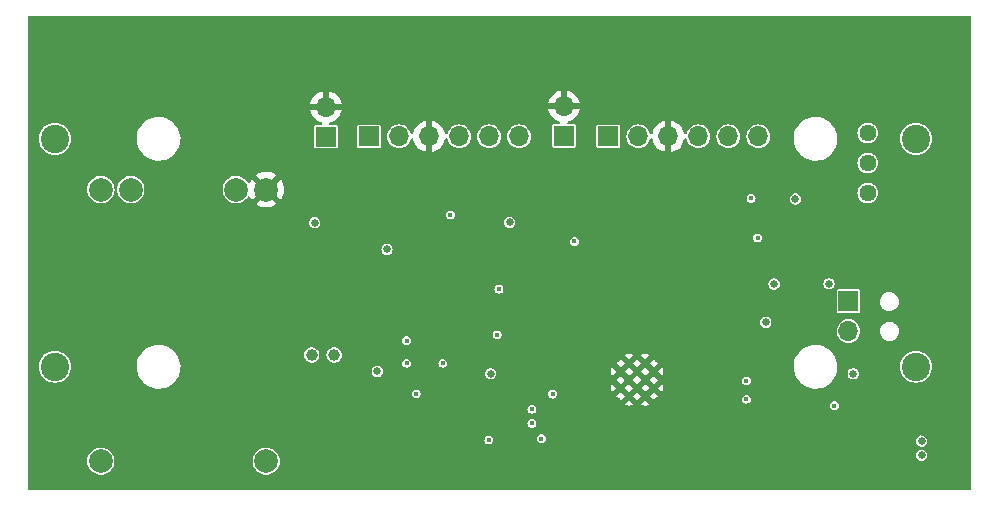
<source format=gbr>
%TF.GenerationSoftware,KiCad,Pcbnew,7.0.10*%
%TF.CreationDate,2024-02-02T07:47:17+01:00*%
%TF.ProjectId,stm32_esp32_pcb,73746d33-325f-4657-9370-33325f706362,rev?*%
%TF.SameCoordinates,Original*%
%TF.FileFunction,Copper,L2,Inr*%
%TF.FilePolarity,Positive*%
%FSLAX46Y46*%
G04 Gerber Fmt 4.6, Leading zero omitted, Abs format (unit mm)*
G04 Created by KiCad (PCBNEW 7.0.10) date 2024-02-02 07:47:17*
%MOMM*%
%LPD*%
G01*
G04 APERTURE LIST*
%TA.AperFunction,HeatsinkPad*%
%ADD10C,0.600000*%
%TD*%
%TA.AperFunction,ComponentPad*%
%ADD11R,1.700000X1.700000*%
%TD*%
%TA.AperFunction,ComponentPad*%
%ADD12O,1.700000X1.700000*%
%TD*%
%TA.AperFunction,ComponentPad*%
%ADD13C,1.440000*%
%TD*%
%TA.AperFunction,ComponentPad*%
%ADD14C,2.000000*%
%TD*%
%TA.AperFunction,ComponentPad*%
%ADD15C,1.000000*%
%TD*%
%TA.AperFunction,ComponentPad*%
%ADD16C,2.400000*%
%TD*%
%TA.AperFunction,ViaPad*%
%ADD17C,0.450000*%
%TD*%
%TA.AperFunction,ViaPad*%
%ADD18C,0.650000*%
%TD*%
G04 APERTURE END LIST*
D10*
%TO.N,GND*%
%TO.C,U4*%
X182800000Y-80800000D03*
X182800000Y-79400000D03*
X182100000Y-81500000D03*
X182100000Y-80100000D03*
X182100000Y-78700000D03*
X181400000Y-80800000D03*
X181400000Y-79400000D03*
X180700000Y-81500000D03*
X180700000Y-80100000D03*
X180700000Y-78700000D03*
X180000000Y-80800000D03*
X180000000Y-79400000D03*
%TD*%
D11*
%TO.N,+3V3*%
%TO.C,J1*%
X158710000Y-59500000D03*
D12*
%TO.N,/SWCLK*%
X161250000Y-59500000D03*
%TO.N,GND*%
X163790000Y-59500000D03*
%TO.N,/SWDIO*%
X166330000Y-59500000D03*
%TO.N,/NRST*%
X168870000Y-59500000D03*
%TO.N,/SWO*%
X171410000Y-59500000D03*
%TD*%
D11*
%TO.N,/STM32*%
%TO.C,J5*%
X155050000Y-59525000D03*
D12*
%TO.N,GND*%
X155050000Y-56985000D03*
%TD*%
D13*
%TO.N,Net-(U2A--)*%
%TO.C,RV1*%
X200925000Y-59220000D03*
%TO.N,Net-(R9-Pad1)*%
X200925000Y-61760000D03*
X200925000Y-64300000D03*
%TD*%
D11*
%TO.N,/ESP32*%
%TO.C,J4*%
X175200000Y-59475000D03*
D12*
%TO.N,GND*%
X175200000Y-56935000D03*
%TD*%
D11*
%TO.N,/EMITER*%
%TO.C,J3*%
X199300000Y-73450000D03*
D12*
%TO.N,+3V3*%
X199300000Y-75990000D03*
%TD*%
D14*
%TO.N,unconnected-(MOD1-+-Pad1)*%
%TO.C,MOD1*%
X136000000Y-87000000D03*
%TO.N,unconnected-(MOD1---Pad2)*%
X150000000Y-87000000D03*
%TO.N,VBUS*%
X136000000Y-64000000D03*
%TO.N,GND*%
X150000000Y-64000000D03*
%TO.N,/B+*%
X138540000Y-64000000D03*
%TO.N,/B-*%
X147460000Y-64000000D03*
%TD*%
D15*
%TO.N,/OSC2*%
%TO.C,Y1*%
X153850000Y-78000000D03*
%TO.N,/OSC1*%
X155750000Y-78000000D03*
%TD*%
D11*
%TO.N,+3.3VDAC*%
%TO.C,J2*%
X178960000Y-59500000D03*
D12*
%TO.N,/RX*%
X181500000Y-59500000D03*
%TO.N,GND*%
X184040000Y-59500000D03*
%TO.N,/TX*%
X186580000Y-59500000D03*
%TO.N,/EN*%
X189120000Y-59500000D03*
%TO.N,/IO00*%
X191660000Y-59500000D03*
%TD*%
D16*
%TO.N,/B+*%
%TO.C,BT1*%
X132100000Y-79000000D03*
%TO.N,/B-*%
X205000000Y-79000000D03*
%TO.N,/B+*%
X132100000Y-59700000D03*
%TO.N,/B-*%
X205000000Y-59700000D03*
%TD*%
D17*
%TO.N,/ESP32_E*%
X162700000Y-81300000D03*
X198100000Y-82300000D03*
%TO.N,/RX*%
X172500000Y-83800000D03*
%TO.N,/PULSE*%
X191600000Y-68100000D03*
X168850000Y-85200000D03*
%TO.N,/SCL*%
X164950000Y-78700000D03*
X173300000Y-85100000D03*
X190650000Y-81750000D03*
%TO.N,/SDA*%
X174250000Y-81315000D03*
X190650000Y-80200000D03*
%TO.N,/TX*%
X172500000Y-82600000D03*
%TO.N,/BOOT0*%
X169700000Y-72425000D03*
X165600000Y-66150000D03*
X161900000Y-76800000D03*
%TO.N,/NRST*%
X161900000Y-78700000D03*
X169550000Y-76300000D03*
D18*
%TO.N,+3V3*%
X193000000Y-72000000D03*
X197650000Y-71975000D03*
X159400000Y-79400000D03*
X199700000Y-79600000D03*
X169000000Y-79600000D03*
X160225000Y-69075000D03*
X170600000Y-66787500D03*
%TO.N,GND*%
X153850000Y-74025000D03*
X193800000Y-87300000D03*
X162550000Y-68250000D03*
X194450000Y-83400000D03*
X152300000Y-63900000D03*
X153200000Y-63900000D03*
X155500000Y-72600000D03*
X162550000Y-66750000D03*
X204000000Y-71750000D03*
X158000000Y-72600000D03*
X164837500Y-75400000D03*
X155750000Y-74025000D03*
X154600000Y-67750000D03*
X204000000Y-65250000D03*
X196350000Y-83000000D03*
X185600000Y-68850000D03*
X169900000Y-87650000D03*
X158500000Y-81875000D03*
X205500000Y-84500000D03*
X205500000Y-83500000D03*
X192100000Y-66400000D03*
X196750000Y-74350000D03*
X164800000Y-69300000D03*
X152700000Y-73775000D03*
X169000000Y-81100000D03*
X194500000Y-72000000D03*
X205500000Y-62237500D03*
X193750000Y-88150000D03*
D17*
%TO.N,/IO00*%
X191050000Y-64750000D03*
X176100000Y-68400000D03*
D18*
%TO.N,+3.3VDAC*%
X192300000Y-75250000D03*
X194800000Y-64800000D03*
%TO.N,VBUS*%
X205500000Y-86500000D03*
X205500000Y-85300003D03*
X154100000Y-66800000D03*
%TD*%
%TA.AperFunction,Conductor*%
%TO.N,GND*%
G36*
X209642539Y-49320185D02*
G01*
X209688294Y-49372989D01*
X209699500Y-49424500D01*
X209699500Y-89325500D01*
X209679815Y-89392539D01*
X209627011Y-89438294D01*
X209575500Y-89449500D01*
X129924500Y-89449500D01*
X129857461Y-89429815D01*
X129811706Y-89377011D01*
X129800500Y-89325500D01*
X129800500Y-87000000D01*
X134844571Y-87000000D01*
X134864244Y-87212310D01*
X134922596Y-87417392D01*
X134922596Y-87417394D01*
X135017632Y-87608253D01*
X135017634Y-87608255D01*
X135146128Y-87778407D01*
X135303698Y-87922052D01*
X135484981Y-88034298D01*
X135683802Y-88111321D01*
X135893390Y-88150500D01*
X135893392Y-88150500D01*
X136106608Y-88150500D01*
X136106610Y-88150500D01*
X136316198Y-88111321D01*
X136515019Y-88034298D01*
X136696302Y-87922052D01*
X136853872Y-87778407D01*
X136982366Y-87608255D01*
X137077405Y-87417389D01*
X137135756Y-87212310D01*
X137155429Y-87000000D01*
X148844571Y-87000000D01*
X148864244Y-87212310D01*
X148922596Y-87417392D01*
X148922596Y-87417394D01*
X149017632Y-87608253D01*
X149017634Y-87608255D01*
X149146128Y-87778407D01*
X149303698Y-87922052D01*
X149484981Y-88034298D01*
X149683802Y-88111321D01*
X149893390Y-88150500D01*
X149893392Y-88150500D01*
X150106608Y-88150500D01*
X150106610Y-88150500D01*
X150316198Y-88111321D01*
X150515019Y-88034298D01*
X150696302Y-87922052D01*
X150853872Y-87778407D01*
X150982366Y-87608255D01*
X151077405Y-87417389D01*
X151135756Y-87212310D01*
X151155429Y-87000000D01*
X151135756Y-86787690D01*
X151077405Y-86582611D01*
X151077403Y-86582606D01*
X151077403Y-86582605D01*
X151036271Y-86500000D01*
X205019610Y-86500000D01*
X205039068Y-86635337D01*
X205039070Y-86635345D01*
X205095867Y-86759714D01*
X205095872Y-86759721D01*
X205185409Y-86863053D01*
X205185413Y-86863057D01*
X205245979Y-86901979D01*
X205300439Y-86936978D01*
X205366036Y-86956239D01*
X205431632Y-86975500D01*
X205431633Y-86975500D01*
X205568367Y-86975500D01*
X205699561Y-86936978D01*
X205814589Y-86863055D01*
X205904130Y-86759718D01*
X205960931Y-86635342D01*
X205980390Y-86500000D01*
X205960931Y-86364658D01*
X205948677Y-86337827D01*
X205904132Y-86240285D01*
X205904127Y-86240278D01*
X205814590Y-86136946D01*
X205814586Y-86136942D01*
X205699559Y-86063021D01*
X205568368Y-86024500D01*
X205568367Y-86024500D01*
X205431633Y-86024500D01*
X205431632Y-86024500D01*
X205300440Y-86063021D01*
X205185413Y-86136942D01*
X205185409Y-86136946D01*
X205095872Y-86240278D01*
X205095867Y-86240285D01*
X205039070Y-86364654D01*
X205039068Y-86364662D01*
X205019610Y-86500000D01*
X151036271Y-86500000D01*
X150982367Y-86391746D01*
X150853872Y-86221593D01*
X150761018Y-86136945D01*
X150696302Y-86077948D01*
X150515019Y-85965702D01*
X150515017Y-85965701D01*
X150415608Y-85927190D01*
X150316198Y-85888679D01*
X150106610Y-85849500D01*
X149893390Y-85849500D01*
X149683802Y-85888679D01*
X149683799Y-85888679D01*
X149683799Y-85888680D01*
X149484982Y-85965701D01*
X149484980Y-85965702D01*
X149303699Y-86077947D01*
X149146127Y-86221593D01*
X149017632Y-86391746D01*
X148922596Y-86582605D01*
X148922596Y-86582607D01*
X148864244Y-86787689D01*
X148844571Y-86999999D01*
X148844571Y-87000000D01*
X137155429Y-87000000D01*
X137135756Y-86787690D01*
X137077405Y-86582611D01*
X137077403Y-86582606D01*
X137077403Y-86582605D01*
X136982367Y-86391746D01*
X136853872Y-86221593D01*
X136761018Y-86136945D01*
X136696302Y-86077948D01*
X136515019Y-85965702D01*
X136515017Y-85965701D01*
X136415608Y-85927190D01*
X136316198Y-85888679D01*
X136106610Y-85849500D01*
X135893390Y-85849500D01*
X135683802Y-85888679D01*
X135683799Y-85888679D01*
X135683799Y-85888680D01*
X135484982Y-85965701D01*
X135484980Y-85965702D01*
X135303699Y-86077947D01*
X135146127Y-86221593D01*
X135017632Y-86391746D01*
X134922596Y-86582605D01*
X134922596Y-86582607D01*
X134864244Y-86787689D01*
X134844571Y-86999999D01*
X134844571Y-87000000D01*
X129800500Y-87000000D01*
X129800500Y-85200003D01*
X168469819Y-85200003D01*
X168488424Y-85317477D01*
X168488424Y-85317478D01*
X168488425Y-85317481D01*
X168488426Y-85317482D01*
X168534327Y-85407568D01*
X168542428Y-85423466D01*
X168542431Y-85423470D01*
X168626529Y-85507568D01*
X168626533Y-85507571D01*
X168626535Y-85507573D01*
X168732518Y-85561574D01*
X168732520Y-85561574D01*
X168732522Y-85561575D01*
X168849997Y-85580181D01*
X168850000Y-85580181D01*
X168850003Y-85580181D01*
X168967477Y-85561575D01*
X168967478Y-85561575D01*
X168967479Y-85561574D01*
X168967482Y-85561574D01*
X169073465Y-85507573D01*
X169157573Y-85423465D01*
X169211574Y-85317482D01*
X169211575Y-85317477D01*
X169230181Y-85200003D01*
X169230181Y-85199996D01*
X169214344Y-85100003D01*
X172919819Y-85100003D01*
X172938424Y-85217477D01*
X172938424Y-85217478D01*
X172938425Y-85217481D01*
X172938426Y-85217482D01*
X172989376Y-85317478D01*
X172992428Y-85323466D01*
X172992431Y-85323470D01*
X173076529Y-85407568D01*
X173076533Y-85407571D01*
X173076535Y-85407573D01*
X173182518Y-85461574D01*
X173182520Y-85461574D01*
X173182522Y-85461575D01*
X173299997Y-85480181D01*
X173300000Y-85480181D01*
X173300003Y-85480181D01*
X173417477Y-85461575D01*
X173417478Y-85461575D01*
X173417479Y-85461574D01*
X173417482Y-85461574D01*
X173523465Y-85407573D01*
X173607573Y-85323465D01*
X173619527Y-85300003D01*
X205019610Y-85300003D01*
X205039068Y-85435340D01*
X205039070Y-85435348D01*
X205095867Y-85559717D01*
X205095872Y-85559724D01*
X205185409Y-85663056D01*
X205185413Y-85663060D01*
X205245979Y-85701982D01*
X205300439Y-85736981D01*
X205366036Y-85756242D01*
X205431632Y-85775503D01*
X205431633Y-85775503D01*
X205568367Y-85775503D01*
X205699561Y-85736981D01*
X205814589Y-85663058D01*
X205904130Y-85559721D01*
X205960931Y-85435345D01*
X205980390Y-85300003D01*
X205960931Y-85164661D01*
X205948677Y-85137830D01*
X205904132Y-85040288D01*
X205904127Y-85040281D01*
X205814590Y-84936949D01*
X205814586Y-84936945D01*
X205699559Y-84863024D01*
X205568368Y-84824503D01*
X205568367Y-84824503D01*
X205431633Y-84824503D01*
X205431632Y-84824503D01*
X205300440Y-84863024D01*
X205185413Y-84936945D01*
X205185409Y-84936949D01*
X205095872Y-85040281D01*
X205095867Y-85040288D01*
X205039070Y-85164657D01*
X205039068Y-85164665D01*
X205019610Y-85300003D01*
X173619527Y-85300003D01*
X173661574Y-85217482D01*
X173661575Y-85217477D01*
X173680181Y-85100003D01*
X173680181Y-85099996D01*
X173661575Y-84982522D01*
X173661575Y-84982521D01*
X173661574Y-84982519D01*
X173661574Y-84982518D01*
X173607573Y-84876535D01*
X173607571Y-84876533D01*
X173607568Y-84876529D01*
X173523470Y-84792431D01*
X173523466Y-84792428D01*
X173523465Y-84792427D01*
X173417482Y-84738426D01*
X173417480Y-84738425D01*
X173417477Y-84738424D01*
X173300003Y-84719819D01*
X173299997Y-84719819D01*
X173182522Y-84738424D01*
X173182521Y-84738424D01*
X173076533Y-84792428D01*
X173076529Y-84792431D01*
X172992431Y-84876529D01*
X172992428Y-84876533D01*
X172938424Y-84982521D01*
X172938424Y-84982522D01*
X172919819Y-85099996D01*
X172919819Y-85100003D01*
X169214344Y-85100003D01*
X169211575Y-85082522D01*
X169211575Y-85082521D01*
X169211574Y-85082519D01*
X169211574Y-85082518D01*
X169157573Y-84976535D01*
X169157571Y-84976533D01*
X169157568Y-84976529D01*
X169073470Y-84892431D01*
X169073466Y-84892428D01*
X169073465Y-84892427D01*
X168967482Y-84838426D01*
X168967480Y-84838425D01*
X168967477Y-84838424D01*
X168850003Y-84819819D01*
X168849997Y-84819819D01*
X168732522Y-84838424D01*
X168732521Y-84838424D01*
X168626533Y-84892428D01*
X168626529Y-84892431D01*
X168542431Y-84976529D01*
X168542428Y-84976533D01*
X168488424Y-85082521D01*
X168488424Y-85082522D01*
X168469819Y-85199996D01*
X168469819Y-85200003D01*
X129800500Y-85200003D01*
X129800500Y-83800003D01*
X172119819Y-83800003D01*
X172138424Y-83917477D01*
X172138424Y-83917478D01*
X172192428Y-84023466D01*
X172192431Y-84023470D01*
X172276529Y-84107568D01*
X172276533Y-84107571D01*
X172276535Y-84107573D01*
X172382518Y-84161574D01*
X172382520Y-84161574D01*
X172382522Y-84161575D01*
X172499997Y-84180181D01*
X172500000Y-84180181D01*
X172500003Y-84180181D01*
X172617477Y-84161575D01*
X172617478Y-84161575D01*
X172617479Y-84161574D01*
X172617482Y-84161574D01*
X172723465Y-84107573D01*
X172807573Y-84023465D01*
X172861574Y-83917482D01*
X172880181Y-83800000D01*
X172880181Y-83799996D01*
X172861575Y-83682522D01*
X172861575Y-83682521D01*
X172861574Y-83682519D01*
X172861574Y-83682518D01*
X172807573Y-83576535D01*
X172807571Y-83576533D01*
X172807568Y-83576529D01*
X172723470Y-83492431D01*
X172723466Y-83492428D01*
X172723465Y-83492427D01*
X172617482Y-83438426D01*
X172617480Y-83438425D01*
X172617477Y-83438424D01*
X172500003Y-83419819D01*
X172499997Y-83419819D01*
X172382522Y-83438424D01*
X172382521Y-83438424D01*
X172276533Y-83492428D01*
X172276529Y-83492431D01*
X172192431Y-83576529D01*
X172192428Y-83576533D01*
X172138424Y-83682521D01*
X172138424Y-83682522D01*
X172119819Y-83799996D01*
X172119819Y-83800003D01*
X129800500Y-83800003D01*
X129800500Y-82600003D01*
X172119819Y-82600003D01*
X172138424Y-82717477D01*
X172138424Y-82717478D01*
X172192428Y-82823466D01*
X172192431Y-82823470D01*
X172276529Y-82907568D01*
X172276533Y-82907571D01*
X172276535Y-82907573D01*
X172382518Y-82961574D01*
X172382520Y-82961574D01*
X172382522Y-82961575D01*
X172499997Y-82980181D01*
X172500000Y-82980181D01*
X172500003Y-82980181D01*
X172617477Y-82961575D01*
X172617478Y-82961575D01*
X172617479Y-82961574D01*
X172617482Y-82961574D01*
X172723465Y-82907573D01*
X172807573Y-82823465D01*
X172861574Y-82717482D01*
X172878982Y-82607571D01*
X172880181Y-82600003D01*
X172880181Y-82599996D01*
X172861575Y-82482522D01*
X172861575Y-82482521D01*
X172861574Y-82482519D01*
X172861574Y-82482518D01*
X172807573Y-82376535D01*
X172807571Y-82376533D01*
X172807568Y-82376529D01*
X172723470Y-82292431D01*
X172723466Y-82292428D01*
X172723465Y-82292427D01*
X172617482Y-82238426D01*
X172617480Y-82238425D01*
X172617477Y-82238424D01*
X172500003Y-82219819D01*
X172499997Y-82219819D01*
X172382522Y-82238424D01*
X172382521Y-82238424D01*
X172276533Y-82292428D01*
X172276529Y-82292431D01*
X172192431Y-82376529D01*
X172192428Y-82376533D01*
X172138424Y-82482521D01*
X172138424Y-82482522D01*
X172119819Y-82599996D01*
X172119819Y-82600003D01*
X129800500Y-82600003D01*
X129800500Y-82216661D01*
X180336892Y-82216661D01*
X180350692Y-82225333D01*
X180350691Y-82225333D01*
X180520861Y-82284878D01*
X180699997Y-82305062D01*
X180700003Y-82305062D01*
X180879138Y-82284878D01*
X180879141Y-82284877D01*
X181049305Y-82225334D01*
X181049306Y-82225334D01*
X181063106Y-82216661D01*
X181736892Y-82216661D01*
X181750692Y-82225333D01*
X181750691Y-82225333D01*
X181920861Y-82284878D01*
X182099997Y-82305062D01*
X182100003Y-82305062D01*
X182144902Y-82300003D01*
X197719819Y-82300003D01*
X197738424Y-82417477D01*
X197738424Y-82417478D01*
X197738425Y-82417481D01*
X197738426Y-82417482D01*
X197771563Y-82482518D01*
X197792428Y-82523466D01*
X197792431Y-82523470D01*
X197876529Y-82607568D01*
X197876533Y-82607571D01*
X197876535Y-82607573D01*
X197982518Y-82661574D01*
X197982520Y-82661574D01*
X197982522Y-82661575D01*
X198099997Y-82680181D01*
X198100000Y-82680181D01*
X198100003Y-82680181D01*
X198217477Y-82661575D01*
X198217478Y-82661575D01*
X198217479Y-82661574D01*
X198217482Y-82661574D01*
X198323465Y-82607573D01*
X198407573Y-82523465D01*
X198461574Y-82417482D01*
X198461575Y-82417477D01*
X198480181Y-82300003D01*
X198480181Y-82299996D01*
X198461575Y-82182522D01*
X198461575Y-82182521D01*
X198461574Y-82182519D01*
X198461574Y-82182518D01*
X198407573Y-82076535D01*
X198407571Y-82076533D01*
X198407568Y-82076529D01*
X198323470Y-81992431D01*
X198323466Y-81992428D01*
X198323465Y-81992427D01*
X198217482Y-81938426D01*
X198217480Y-81938425D01*
X198217477Y-81938424D01*
X198100003Y-81919819D01*
X198099997Y-81919819D01*
X197982522Y-81938424D01*
X197982521Y-81938424D01*
X197876533Y-81992428D01*
X197876529Y-81992431D01*
X197792431Y-82076529D01*
X197792428Y-82076533D01*
X197738424Y-82182521D01*
X197738424Y-82182522D01*
X197719819Y-82299996D01*
X197719819Y-82300003D01*
X182144902Y-82300003D01*
X182279138Y-82284878D01*
X182279141Y-82284877D01*
X182449305Y-82225334D01*
X182449306Y-82225334D01*
X182463106Y-82216661D01*
X182463106Y-82216660D01*
X182100001Y-81853553D01*
X182100000Y-81853553D01*
X181736892Y-82216660D01*
X181736892Y-82216661D01*
X181063106Y-82216661D01*
X181063106Y-82216660D01*
X180700001Y-81853553D01*
X180700000Y-81853553D01*
X180336892Y-82216660D01*
X180336892Y-82216661D01*
X129800500Y-82216661D01*
X129800500Y-81300003D01*
X162319819Y-81300003D01*
X162338424Y-81417477D01*
X162338424Y-81417478D01*
X162338425Y-81417481D01*
X162338426Y-81417482D01*
X162388960Y-81516661D01*
X162392428Y-81523466D01*
X162392431Y-81523470D01*
X162476529Y-81607568D01*
X162476533Y-81607571D01*
X162476535Y-81607573D01*
X162582518Y-81661574D01*
X162582520Y-81661574D01*
X162582522Y-81661575D01*
X162699997Y-81680181D01*
X162700000Y-81680181D01*
X162700003Y-81680181D01*
X162817477Y-81661575D01*
X162817478Y-81661575D01*
X162817479Y-81661574D01*
X162817482Y-81661574D01*
X162923465Y-81607573D01*
X163007573Y-81523465D01*
X163061574Y-81417482D01*
X163061575Y-81417477D01*
X163077805Y-81315003D01*
X173869819Y-81315003D01*
X173888424Y-81432477D01*
X173888424Y-81432478D01*
X173888425Y-81432481D01*
X173888426Y-81432482D01*
X173936348Y-81526535D01*
X173942428Y-81538466D01*
X173942431Y-81538470D01*
X174026529Y-81622568D01*
X174026533Y-81622571D01*
X174026535Y-81622573D01*
X174132518Y-81676574D01*
X174132520Y-81676574D01*
X174132522Y-81676575D01*
X174249997Y-81695181D01*
X174250000Y-81695181D01*
X174250003Y-81695181D01*
X174367477Y-81676575D01*
X174367478Y-81676575D01*
X174367479Y-81676574D01*
X174367482Y-81676574D01*
X174473465Y-81622573D01*
X174557573Y-81538465D01*
X174568683Y-81516661D01*
X179636892Y-81516661D01*
X179650692Y-81525333D01*
X179650691Y-81525333D01*
X179820862Y-81584878D01*
X179821644Y-81585057D01*
X179822097Y-81585310D01*
X179827431Y-81587177D01*
X179827104Y-81588111D01*
X179882623Y-81619166D01*
X179911952Y-81672874D01*
X179912822Y-81672570D01*
X179914670Y-81677852D01*
X179914940Y-81678346D01*
X179915121Y-81679142D01*
X179974663Y-81849300D01*
X179974663Y-81849301D01*
X179983338Y-81863107D01*
X180313954Y-81532492D01*
X180600000Y-81532492D01*
X180638197Y-81585065D01*
X180684162Y-81600000D01*
X180715838Y-81600000D01*
X180761803Y-81585065D01*
X180800000Y-81532492D01*
X180800000Y-81500000D01*
X181053553Y-81500000D01*
X181400000Y-81846446D01*
X181400001Y-81846446D01*
X181713954Y-81532492D01*
X182000000Y-81532492D01*
X182038197Y-81585065D01*
X182084162Y-81600000D01*
X182115838Y-81600000D01*
X182161803Y-81585065D01*
X182200000Y-81532492D01*
X182200000Y-81500000D01*
X182453553Y-81500000D01*
X182816660Y-81863106D01*
X182816661Y-81863106D01*
X182825334Y-81849306D01*
X182825334Y-81849305D01*
X182860081Y-81750003D01*
X190269819Y-81750003D01*
X190288424Y-81867477D01*
X190288424Y-81867478D01*
X190342428Y-81973466D01*
X190342431Y-81973470D01*
X190426529Y-82057568D01*
X190426533Y-82057571D01*
X190426535Y-82057573D01*
X190532518Y-82111574D01*
X190532520Y-82111574D01*
X190532522Y-82111575D01*
X190649997Y-82130181D01*
X190650000Y-82130181D01*
X190650003Y-82130181D01*
X190767477Y-82111575D01*
X190767478Y-82111575D01*
X190767479Y-82111574D01*
X190767482Y-82111574D01*
X190873465Y-82057573D01*
X190957573Y-81973465D01*
X191011574Y-81867482D01*
X191030181Y-81750000D01*
X191030181Y-81749996D01*
X191011575Y-81632522D01*
X191011575Y-81632521D01*
X191011574Y-81632519D01*
X191011574Y-81632518D01*
X190957573Y-81526535D01*
X190957571Y-81526533D01*
X190957568Y-81526529D01*
X190873470Y-81442431D01*
X190873466Y-81442428D01*
X190873465Y-81442427D01*
X190767482Y-81388426D01*
X190767480Y-81388425D01*
X190767477Y-81388424D01*
X190650003Y-81369819D01*
X190649997Y-81369819D01*
X190532522Y-81388424D01*
X190532521Y-81388424D01*
X190426533Y-81442428D01*
X190426529Y-81442431D01*
X190342431Y-81526529D01*
X190342428Y-81526533D01*
X190288424Y-81632521D01*
X190288424Y-81632522D01*
X190269819Y-81749996D01*
X190269819Y-81750003D01*
X182860081Y-81750003D01*
X182884876Y-81679144D01*
X182885056Y-81678358D01*
X182885311Y-81677901D01*
X182887177Y-81672570D01*
X182888110Y-81672896D01*
X182919164Y-81617379D01*
X182972875Y-81588049D01*
X182972570Y-81587177D01*
X182977870Y-81585322D01*
X182978358Y-81585056D01*
X182979144Y-81584876D01*
X183149305Y-81525334D01*
X183149306Y-81525334D01*
X183163106Y-81516661D01*
X183163106Y-81516660D01*
X182800000Y-81153553D01*
X182756038Y-81197517D01*
X182756036Y-81197518D01*
X182453553Y-81500000D01*
X182200000Y-81500000D01*
X182200000Y-81467508D01*
X182161803Y-81414935D01*
X182115838Y-81400000D01*
X182084162Y-81400000D01*
X182038197Y-81414935D01*
X182000000Y-81467508D01*
X182000000Y-81532492D01*
X181713954Y-81532492D01*
X181746446Y-81500000D01*
X181443963Y-81197517D01*
X181400000Y-81153553D01*
X181356037Y-81197517D01*
X181356036Y-81197518D01*
X181053553Y-81500000D01*
X180800000Y-81500000D01*
X180800000Y-81467508D01*
X180761803Y-81414935D01*
X180715838Y-81400000D01*
X180684162Y-81400000D01*
X180638197Y-81414935D01*
X180600000Y-81467508D01*
X180600000Y-81532492D01*
X180313954Y-81532492D01*
X180346446Y-81500000D01*
X179999999Y-81153553D01*
X179999998Y-81153553D01*
X179636892Y-81516660D01*
X179636892Y-81516661D01*
X174568683Y-81516661D01*
X174611574Y-81432482D01*
X174613950Y-81417482D01*
X174630181Y-81315003D01*
X174630181Y-81314996D01*
X174611575Y-81197522D01*
X174611575Y-81197521D01*
X174611574Y-81197519D01*
X174611574Y-81197518D01*
X174557573Y-81091535D01*
X174557571Y-81091533D01*
X174557568Y-81091529D01*
X174473470Y-81007431D01*
X174473466Y-81007428D01*
X174473465Y-81007427D01*
X174367482Y-80953426D01*
X174367480Y-80953425D01*
X174367477Y-80953424D01*
X174250003Y-80934819D01*
X174249997Y-80934819D01*
X174132522Y-80953424D01*
X174132521Y-80953424D01*
X174026533Y-81007428D01*
X174026529Y-81007431D01*
X173942431Y-81091529D01*
X173942428Y-81091533D01*
X173888424Y-81197521D01*
X173888424Y-81197522D01*
X173869819Y-81314996D01*
X173869819Y-81315003D01*
X163077805Y-81315003D01*
X163080181Y-81300003D01*
X163080181Y-81299996D01*
X163061575Y-81182522D01*
X163061575Y-81182521D01*
X163061574Y-81182519D01*
X163061574Y-81182518D01*
X163007573Y-81076535D01*
X163007571Y-81076533D01*
X163007568Y-81076529D01*
X162923470Y-80992431D01*
X162923466Y-80992428D01*
X162923465Y-80992427D01*
X162817482Y-80938426D01*
X162817480Y-80938425D01*
X162817477Y-80938424D01*
X162700003Y-80919819D01*
X162699997Y-80919819D01*
X162582522Y-80938424D01*
X162582521Y-80938424D01*
X162476533Y-80992428D01*
X162476529Y-80992431D01*
X162392431Y-81076529D01*
X162392428Y-81076533D01*
X162338424Y-81182521D01*
X162338424Y-81182522D01*
X162319819Y-81299996D01*
X162319819Y-81300003D01*
X129800500Y-81300003D01*
X129800500Y-79000000D01*
X130744341Y-79000000D01*
X130764936Y-79235403D01*
X130764938Y-79235413D01*
X130826094Y-79463655D01*
X130826097Y-79463663D01*
X130925965Y-79677830D01*
X130925967Y-79677834D01*
X131025033Y-79819314D01*
X131061505Y-79871401D01*
X131228599Y-80038495D01*
X131291475Y-80082521D01*
X131422165Y-80174032D01*
X131422167Y-80174033D01*
X131422170Y-80174035D01*
X131636337Y-80273903D01*
X131636343Y-80273904D01*
X131636344Y-80273905D01*
X131691285Y-80288626D01*
X131864592Y-80335063D01*
X132052918Y-80351539D01*
X132099999Y-80355659D01*
X132100000Y-80355659D01*
X132100001Y-80355659D01*
X132139234Y-80352226D01*
X132335408Y-80335063D01*
X132563663Y-80273903D01*
X132777830Y-80174035D01*
X132971401Y-80038495D01*
X133138495Y-79871401D01*
X133274035Y-79677830D01*
X133373903Y-79463663D01*
X133435063Y-79235408D01*
X133449730Y-79067763D01*
X139035787Y-79067763D01*
X139065413Y-79337013D01*
X139065415Y-79337024D01*
X139117263Y-79535345D01*
X139133928Y-79599088D01*
X139239870Y-79848390D01*
X139318075Y-79976533D01*
X139380979Y-80079605D01*
X139380986Y-80079615D01*
X139554253Y-80287819D01*
X139554259Y-80287824D01*
X139606979Y-80335061D01*
X139755998Y-80468582D01*
X139981910Y-80618044D01*
X140227176Y-80733020D01*
X140227183Y-80733022D01*
X140227185Y-80733023D01*
X140486557Y-80811057D01*
X140486564Y-80811058D01*
X140486569Y-80811060D01*
X140754561Y-80850500D01*
X140754566Y-80850500D01*
X140957629Y-80850500D01*
X140957631Y-80850500D01*
X140957636Y-80850499D01*
X140957648Y-80850499D01*
X140995191Y-80847750D01*
X141160156Y-80835677D01*
X141272758Y-80810593D01*
X141320304Y-80800002D01*
X179194938Y-80800002D01*
X179215121Y-80979138D01*
X179274665Y-81149304D01*
X179283338Y-81163107D01*
X179613954Y-80832492D01*
X179900000Y-80832492D01*
X179938197Y-80885065D01*
X179984162Y-80900000D01*
X180015838Y-80900000D01*
X180061803Y-80885065D01*
X180100000Y-80832492D01*
X180100000Y-80800000D01*
X180353553Y-80800000D01*
X180389230Y-80835676D01*
X180700000Y-81146446D01*
X181013954Y-80832492D01*
X181300000Y-80832492D01*
X181338197Y-80885065D01*
X181384162Y-80900000D01*
X181415838Y-80900000D01*
X181461803Y-80885065D01*
X181500000Y-80832492D01*
X181500000Y-80800000D01*
X181753553Y-80800000D01*
X181789230Y-80835676D01*
X182100000Y-81146446D01*
X182413954Y-80832492D01*
X182700000Y-80832492D01*
X182738197Y-80885065D01*
X182784162Y-80900000D01*
X182815838Y-80900000D01*
X182861803Y-80885065D01*
X182900000Y-80832492D01*
X182900000Y-80800000D01*
X183153553Y-80800000D01*
X183516660Y-81163106D01*
X183516661Y-81163106D01*
X183525334Y-81149306D01*
X183525334Y-81149305D01*
X183584877Y-80979141D01*
X183584878Y-80979138D01*
X183605062Y-80800002D01*
X183605062Y-80799997D01*
X183584878Y-80620861D01*
X183525333Y-80450692D01*
X183516661Y-80436892D01*
X183516660Y-80436892D01*
X183153553Y-80800000D01*
X182900000Y-80800000D01*
X182900000Y-80767508D01*
X182861803Y-80714935D01*
X182815838Y-80700000D01*
X182784162Y-80700000D01*
X182738197Y-80714935D01*
X182700000Y-80767508D01*
X182700000Y-80832492D01*
X182413954Y-80832492D01*
X182446446Y-80800000D01*
X182154018Y-80507572D01*
X182100000Y-80453553D01*
X182045982Y-80507572D01*
X182045981Y-80507573D01*
X181753553Y-80800000D01*
X181500000Y-80800000D01*
X181500000Y-80767508D01*
X181461803Y-80714935D01*
X181415838Y-80700000D01*
X181384162Y-80700000D01*
X181338197Y-80714935D01*
X181300000Y-80767508D01*
X181300000Y-80832492D01*
X181013954Y-80832492D01*
X181046446Y-80800000D01*
X180754018Y-80507572D01*
X180700000Y-80453553D01*
X180645982Y-80507572D01*
X180645981Y-80507573D01*
X180353553Y-80800000D01*
X180100000Y-80800000D01*
X180100000Y-80767508D01*
X180061803Y-80714935D01*
X180015838Y-80700000D01*
X179984162Y-80700000D01*
X179938197Y-80714935D01*
X179900000Y-80767508D01*
X179900000Y-80832492D01*
X179613954Y-80832492D01*
X179646446Y-80800000D01*
X179646446Y-80799999D01*
X179283338Y-80436891D01*
X179283337Y-80436891D01*
X179274667Y-80450691D01*
X179274662Y-80450701D01*
X179215122Y-80620858D01*
X179215121Y-80620861D01*
X179194938Y-80799997D01*
X179194938Y-80800002D01*
X141320304Y-80800002D01*
X141424546Y-80776782D01*
X141424548Y-80776781D01*
X141424553Y-80776780D01*
X141677558Y-80680014D01*
X141913777Y-80547441D01*
X142128177Y-80381888D01*
X142316186Y-80186881D01*
X142378343Y-80100001D01*
X179653553Y-80100001D01*
X179999998Y-80446446D01*
X179999999Y-80446446D01*
X180275869Y-80170577D01*
X180313954Y-80132492D01*
X180600000Y-80132492D01*
X180638197Y-80185065D01*
X180684162Y-80200000D01*
X180715838Y-80200000D01*
X180761803Y-80185065D01*
X180800000Y-80132492D01*
X180800000Y-80099999D01*
X181053553Y-80099999D01*
X181400000Y-80446446D01*
X181713954Y-80132492D01*
X182000000Y-80132492D01*
X182038197Y-80185065D01*
X182084162Y-80200000D01*
X182115838Y-80200000D01*
X182161803Y-80185065D01*
X182200000Y-80132492D01*
X182200000Y-80099999D01*
X182453553Y-80099999D01*
X182800000Y-80446446D01*
X183046443Y-80200003D01*
X190269819Y-80200003D01*
X190288424Y-80317477D01*
X190288424Y-80317478D01*
X190288425Y-80317481D01*
X190288426Y-80317482D01*
X190321242Y-80381888D01*
X190342428Y-80423466D01*
X190342431Y-80423470D01*
X190426529Y-80507568D01*
X190426533Y-80507571D01*
X190426535Y-80507573D01*
X190532518Y-80561574D01*
X190532520Y-80561574D01*
X190532522Y-80561575D01*
X190649997Y-80580181D01*
X190650000Y-80580181D01*
X190650003Y-80580181D01*
X190767477Y-80561575D01*
X190767478Y-80561575D01*
X190767479Y-80561574D01*
X190767482Y-80561574D01*
X190873465Y-80507573D01*
X190957573Y-80423465D01*
X191011574Y-80317482D01*
X191011575Y-80317477D01*
X191030181Y-80200003D01*
X191030181Y-80199996D01*
X191011575Y-80082522D01*
X191011575Y-80082521D01*
X191011574Y-80082519D01*
X191011574Y-80082518D01*
X190957573Y-79976535D01*
X190957571Y-79976533D01*
X190957568Y-79976529D01*
X190873470Y-79892431D01*
X190873466Y-79892428D01*
X190873465Y-79892427D01*
X190767482Y-79838426D01*
X190767480Y-79838425D01*
X190767477Y-79838424D01*
X190650003Y-79819819D01*
X190649997Y-79819819D01*
X190532522Y-79838424D01*
X190532521Y-79838424D01*
X190426533Y-79892428D01*
X190426529Y-79892431D01*
X190342431Y-79976529D01*
X190342428Y-79976533D01*
X190288424Y-80082521D01*
X190288424Y-80082522D01*
X190269819Y-80199996D01*
X190269819Y-80200003D01*
X183046443Y-80200003D01*
X183146446Y-80100000D01*
X183146446Y-80099999D01*
X182800000Y-79753553D01*
X182734240Y-79819314D01*
X182734239Y-79819314D01*
X182453553Y-80099999D01*
X182200000Y-80099999D01*
X182200000Y-80067508D01*
X182161803Y-80014935D01*
X182115838Y-80000000D01*
X182084162Y-80000000D01*
X182038197Y-80014935D01*
X182000000Y-80067508D01*
X182000000Y-80132492D01*
X181713954Y-80132492D01*
X181746446Y-80100000D01*
X181465760Y-79819314D01*
X181400000Y-79753553D01*
X181334240Y-79819314D01*
X181334239Y-79819314D01*
X181053553Y-80099999D01*
X180800000Y-80099999D01*
X180800000Y-80067508D01*
X180761803Y-80014935D01*
X180715838Y-80000000D01*
X180684162Y-80000000D01*
X180638197Y-80014935D01*
X180600000Y-80067508D01*
X180600000Y-80132492D01*
X180313954Y-80132492D01*
X180346446Y-80100000D01*
X179999999Y-79753553D01*
X179999998Y-79753553D01*
X179653553Y-80099999D01*
X179653553Y-80100001D01*
X142378343Y-80100001D01*
X142473799Y-79966579D01*
X142578411Y-79763107D01*
X142597649Y-79725690D01*
X142597651Y-79725684D01*
X142597656Y-79725675D01*
X142685118Y-79469305D01*
X142697919Y-79400000D01*
X158919610Y-79400000D01*
X158939068Y-79535337D01*
X158939070Y-79535345D01*
X158995867Y-79659714D01*
X158995872Y-79659721D01*
X159085409Y-79763053D01*
X159085413Y-79763057D01*
X159145979Y-79801979D01*
X159200439Y-79836978D01*
X159239305Y-79848390D01*
X159331632Y-79875500D01*
X159331633Y-79875500D01*
X159468367Y-79875500D01*
X159599561Y-79836978D01*
X159714589Y-79763055D01*
X159804130Y-79659718D01*
X159831402Y-79600000D01*
X168519610Y-79600000D01*
X168539068Y-79735337D01*
X168539070Y-79735345D01*
X168595867Y-79859714D01*
X168595872Y-79859721D01*
X168685409Y-79963053D01*
X168685413Y-79963057D01*
X168742899Y-80000000D01*
X168800439Y-80036978D01*
X168866036Y-80056239D01*
X168931632Y-80075500D01*
X168931633Y-80075500D01*
X169068367Y-80075500D01*
X169199561Y-80036978D01*
X169314589Y-79963055D01*
X169404130Y-79859718D01*
X169460931Y-79735342D01*
X169480390Y-79600000D01*
X169460931Y-79464658D01*
X169446241Y-79432492D01*
X169431403Y-79400002D01*
X179194938Y-79400002D01*
X179215121Y-79579138D01*
X179274665Y-79749304D01*
X179283338Y-79763107D01*
X179613954Y-79432492D01*
X179900000Y-79432492D01*
X179938197Y-79485065D01*
X179984162Y-79500000D01*
X180015838Y-79500000D01*
X180061803Y-79485065D01*
X180100000Y-79432492D01*
X180100000Y-79399999D01*
X180353553Y-79399999D01*
X180700000Y-79746446D01*
X181013954Y-79432492D01*
X181300000Y-79432492D01*
X181338197Y-79485065D01*
X181384162Y-79500000D01*
X181415838Y-79500000D01*
X181461803Y-79485065D01*
X181500000Y-79432492D01*
X181500000Y-79399999D01*
X181753553Y-79399999D01*
X182100000Y-79746446D01*
X182413954Y-79432492D01*
X182700000Y-79432492D01*
X182738197Y-79485065D01*
X182784162Y-79500000D01*
X182815838Y-79500000D01*
X182861803Y-79485065D01*
X182900000Y-79432492D01*
X182900000Y-79400000D01*
X183153552Y-79400000D01*
X183516660Y-79763106D01*
X183516661Y-79763106D01*
X183525334Y-79749306D01*
X183525334Y-79749305D01*
X183584877Y-79579141D01*
X183584878Y-79579138D01*
X183605062Y-79400002D01*
X183605062Y-79399997D01*
X183584878Y-79220861D01*
X183531306Y-79067763D01*
X194655787Y-79067763D01*
X194685413Y-79337013D01*
X194685415Y-79337024D01*
X194737263Y-79535345D01*
X194753928Y-79599088D01*
X194859870Y-79848390D01*
X194938075Y-79976533D01*
X195000979Y-80079605D01*
X195000986Y-80079615D01*
X195174253Y-80287819D01*
X195174259Y-80287824D01*
X195226979Y-80335061D01*
X195375998Y-80468582D01*
X195601910Y-80618044D01*
X195847176Y-80733020D01*
X195847183Y-80733022D01*
X195847185Y-80733023D01*
X196106557Y-80811057D01*
X196106564Y-80811058D01*
X196106569Y-80811060D01*
X196374561Y-80850500D01*
X196374566Y-80850500D01*
X196577629Y-80850500D01*
X196577631Y-80850500D01*
X196577636Y-80850499D01*
X196577648Y-80850499D01*
X196615191Y-80847750D01*
X196780156Y-80835677D01*
X196892758Y-80810593D01*
X197044546Y-80776782D01*
X197044548Y-80776781D01*
X197044553Y-80776780D01*
X197297558Y-80680014D01*
X197533777Y-80547441D01*
X197748177Y-80381888D01*
X197936186Y-80186881D01*
X198093799Y-79966579D01*
X198198411Y-79763107D01*
X198217649Y-79725690D01*
X198217651Y-79725684D01*
X198217656Y-79725675D01*
X198260531Y-79600000D01*
X199219610Y-79600000D01*
X199239068Y-79735337D01*
X199239070Y-79735345D01*
X199295867Y-79859714D01*
X199295872Y-79859721D01*
X199385409Y-79963053D01*
X199385413Y-79963057D01*
X199442899Y-80000000D01*
X199500439Y-80036978D01*
X199566036Y-80056239D01*
X199631632Y-80075500D01*
X199631633Y-80075500D01*
X199768367Y-80075500D01*
X199899561Y-80036978D01*
X200014589Y-79963055D01*
X200104130Y-79859718D01*
X200160931Y-79735342D01*
X200180390Y-79600000D01*
X200160931Y-79464658D01*
X200146241Y-79432492D01*
X200104132Y-79340285D01*
X200104127Y-79340278D01*
X200014590Y-79236946D01*
X200014586Y-79236942D01*
X199899559Y-79163021D01*
X199768368Y-79124500D01*
X199768367Y-79124500D01*
X199631633Y-79124500D01*
X199631632Y-79124500D01*
X199500440Y-79163021D01*
X199385413Y-79236942D01*
X199385409Y-79236946D01*
X199295872Y-79340278D01*
X199295867Y-79340285D01*
X199239070Y-79464654D01*
X199239068Y-79464662D01*
X199219610Y-79600000D01*
X198260531Y-79600000D01*
X198305118Y-79469305D01*
X198354319Y-79202933D01*
X198361735Y-79000000D01*
X203644341Y-79000000D01*
X203664936Y-79235403D01*
X203664938Y-79235413D01*
X203726094Y-79463655D01*
X203726097Y-79463663D01*
X203825965Y-79677830D01*
X203825967Y-79677834D01*
X203925033Y-79819314D01*
X203961505Y-79871401D01*
X204128599Y-80038495D01*
X204191475Y-80082521D01*
X204322165Y-80174032D01*
X204322167Y-80174033D01*
X204322170Y-80174035D01*
X204536337Y-80273903D01*
X204536343Y-80273904D01*
X204536344Y-80273905D01*
X204591285Y-80288626D01*
X204764592Y-80335063D01*
X204952918Y-80351539D01*
X204999999Y-80355659D01*
X205000000Y-80355659D01*
X205000001Y-80355659D01*
X205039234Y-80352226D01*
X205235408Y-80335063D01*
X205463663Y-80273903D01*
X205677830Y-80174035D01*
X205871401Y-80038495D01*
X206038495Y-79871401D01*
X206174035Y-79677830D01*
X206273903Y-79463663D01*
X206335063Y-79235408D01*
X206355659Y-79000000D01*
X206335063Y-78764592D01*
X206273903Y-78536337D01*
X206174035Y-78322171D01*
X206172389Y-78319819D01*
X206038494Y-78128597D01*
X205871402Y-77961506D01*
X205871395Y-77961501D01*
X205677834Y-77825967D01*
X205677830Y-77825965D01*
X205650260Y-77813109D01*
X205463663Y-77726097D01*
X205463659Y-77726096D01*
X205463655Y-77726094D01*
X205235413Y-77664938D01*
X205235403Y-77664936D01*
X205000001Y-77644341D01*
X204999999Y-77644341D01*
X204764596Y-77664936D01*
X204764586Y-77664938D01*
X204536344Y-77726094D01*
X204536335Y-77726098D01*
X204322171Y-77825964D01*
X204322169Y-77825965D01*
X204128597Y-77961505D01*
X203961505Y-78128597D01*
X203825965Y-78322169D01*
X203825964Y-78322171D01*
X203726098Y-78536335D01*
X203726094Y-78536344D01*
X203664938Y-78764586D01*
X203664937Y-78764593D01*
X203644341Y-78999999D01*
X203644341Y-79000000D01*
X198361735Y-79000000D01*
X198364212Y-78932235D01*
X198334586Y-78662982D01*
X198266072Y-78400912D01*
X198160130Y-78151610D01*
X198019018Y-77920390D01*
X197997837Y-77894938D01*
X197845746Y-77712180D01*
X197845740Y-77712175D01*
X197644002Y-77531418D01*
X197418092Y-77381957D01*
X197348855Y-77349500D01*
X197172824Y-77266980D01*
X197172819Y-77266978D01*
X197172814Y-77266976D01*
X196913442Y-77188942D01*
X196913428Y-77188939D01*
X196797791Y-77171921D01*
X196645439Y-77149500D01*
X196442369Y-77149500D01*
X196442351Y-77149500D01*
X196239844Y-77164323D01*
X196239831Y-77164325D01*
X195975453Y-77223217D01*
X195975446Y-77223220D01*
X195722439Y-77319987D01*
X195486226Y-77452557D01*
X195271822Y-77618112D01*
X195083822Y-77813109D01*
X195083816Y-77813116D01*
X194926202Y-78033419D01*
X194926199Y-78033424D01*
X194802350Y-78274309D01*
X194802343Y-78274327D01*
X194714884Y-78530685D01*
X194714881Y-78530699D01*
X194705622Y-78580827D01*
X194671680Y-78764592D01*
X194665681Y-78797068D01*
X194665680Y-78797075D01*
X194655787Y-79067763D01*
X183531306Y-79067763D01*
X183525333Y-79050692D01*
X183516661Y-79036892D01*
X183516660Y-79036892D01*
X183153552Y-79400000D01*
X182900000Y-79400000D01*
X182900000Y-79367508D01*
X182861803Y-79314935D01*
X182815838Y-79300000D01*
X182784162Y-79300000D01*
X182738197Y-79314935D01*
X182700000Y-79367508D01*
X182700000Y-79432492D01*
X182413954Y-79432492D01*
X182446446Y-79400000D01*
X182165760Y-79119314D01*
X182100000Y-79053553D01*
X182034240Y-79119314D01*
X182034239Y-79119314D01*
X181753553Y-79399999D01*
X181500000Y-79399999D01*
X181500000Y-79367508D01*
X181461803Y-79314935D01*
X181415838Y-79300000D01*
X181384162Y-79300000D01*
X181338197Y-79314935D01*
X181300000Y-79367508D01*
X181300000Y-79432492D01*
X181013954Y-79432492D01*
X181046446Y-79400000D01*
X180765760Y-79119314D01*
X180700000Y-79053553D01*
X180634240Y-79119314D01*
X180634239Y-79119314D01*
X180353553Y-79399999D01*
X180100000Y-79399999D01*
X180100000Y-79367508D01*
X180061803Y-79314935D01*
X180015838Y-79300000D01*
X179984162Y-79300000D01*
X179938197Y-79314935D01*
X179900000Y-79367508D01*
X179900000Y-79432492D01*
X179613954Y-79432492D01*
X179646446Y-79400000D01*
X179646446Y-79399999D01*
X179283338Y-79036891D01*
X179283337Y-79036891D01*
X179274667Y-79050691D01*
X179274662Y-79050701D01*
X179215122Y-79220858D01*
X179215121Y-79220861D01*
X179194938Y-79399997D01*
X179194938Y-79400002D01*
X169431403Y-79400002D01*
X169404132Y-79340285D01*
X169404127Y-79340278D01*
X169314590Y-79236946D01*
X169314586Y-79236942D01*
X169199559Y-79163021D01*
X169068368Y-79124500D01*
X169068367Y-79124500D01*
X168931633Y-79124500D01*
X168931632Y-79124500D01*
X168800440Y-79163021D01*
X168685413Y-79236942D01*
X168685409Y-79236946D01*
X168595872Y-79340278D01*
X168595867Y-79340285D01*
X168539070Y-79464654D01*
X168539068Y-79464662D01*
X168519610Y-79600000D01*
X159831402Y-79600000D01*
X159860931Y-79535342D01*
X159880390Y-79400000D01*
X159860931Y-79264658D01*
X159847571Y-79235403D01*
X159804132Y-79140285D01*
X159804127Y-79140278D01*
X159714590Y-79036946D01*
X159714586Y-79036942D01*
X159599559Y-78963021D01*
X159468368Y-78924500D01*
X159468367Y-78924500D01*
X159331633Y-78924500D01*
X159331632Y-78924500D01*
X159200440Y-78963021D01*
X159085413Y-79036942D01*
X159085409Y-79036946D01*
X158995872Y-79140278D01*
X158995867Y-79140285D01*
X158939070Y-79264654D01*
X158939068Y-79264662D01*
X158919610Y-79400000D01*
X142697919Y-79400000D01*
X142734319Y-79202933D01*
X142744212Y-78932235D01*
X142718659Y-78700003D01*
X161519819Y-78700003D01*
X161538424Y-78817477D01*
X161538424Y-78817478D01*
X161592428Y-78923466D01*
X161592431Y-78923470D01*
X161676529Y-79007568D01*
X161676533Y-79007571D01*
X161676535Y-79007573D01*
X161782518Y-79061574D01*
X161782520Y-79061574D01*
X161782522Y-79061575D01*
X161899997Y-79080181D01*
X161900000Y-79080181D01*
X161900003Y-79080181D01*
X162017477Y-79061575D01*
X162017478Y-79061575D01*
X162017479Y-79061574D01*
X162017482Y-79061574D01*
X162123465Y-79007573D01*
X162207573Y-78923465D01*
X162261574Y-78817482D01*
X162264807Y-78797068D01*
X162280181Y-78700003D01*
X164569819Y-78700003D01*
X164588424Y-78817477D01*
X164588424Y-78817478D01*
X164642428Y-78923466D01*
X164642431Y-78923470D01*
X164726529Y-79007568D01*
X164726533Y-79007571D01*
X164726535Y-79007573D01*
X164832518Y-79061574D01*
X164832520Y-79061574D01*
X164832522Y-79061575D01*
X164949997Y-79080181D01*
X164950000Y-79080181D01*
X164950003Y-79080181D01*
X165067477Y-79061575D01*
X165067478Y-79061575D01*
X165067479Y-79061574D01*
X165067482Y-79061574D01*
X165173465Y-79007573D01*
X165257573Y-78923465D01*
X165311574Y-78817482D01*
X165314807Y-78797068D01*
X165330181Y-78700003D01*
X165330181Y-78699996D01*
X165327543Y-78683338D01*
X179636891Y-78683338D01*
X179999998Y-79046446D01*
X180281855Y-78764591D01*
X180313954Y-78732492D01*
X180600000Y-78732492D01*
X180638197Y-78785065D01*
X180684162Y-78800000D01*
X180715838Y-78800000D01*
X180761803Y-78785065D01*
X180800000Y-78732492D01*
X180800000Y-78699999D01*
X181053553Y-78699999D01*
X181400000Y-79046446D01*
X181681855Y-78764592D01*
X181713954Y-78732492D01*
X182000000Y-78732492D01*
X182038197Y-78785065D01*
X182084162Y-78800000D01*
X182115838Y-78800000D01*
X182161803Y-78785065D01*
X182200000Y-78732492D01*
X182200000Y-78699999D01*
X182453553Y-78699999D01*
X182800000Y-79046446D01*
X182800001Y-79046446D01*
X183163107Y-78683338D01*
X183149301Y-78674663D01*
X182979142Y-78615121D01*
X182978346Y-78614940D01*
X182977883Y-78614681D01*
X182972570Y-78612822D01*
X182972895Y-78611890D01*
X182917370Y-78580827D01*
X182888049Y-78527125D01*
X182887177Y-78527431D01*
X182885321Y-78522128D01*
X182885057Y-78521644D01*
X182884878Y-78520862D01*
X182825333Y-78350692D01*
X182816661Y-78336892D01*
X182816660Y-78336892D01*
X182453553Y-78699998D01*
X182453553Y-78699999D01*
X182200000Y-78699999D01*
X182200000Y-78667508D01*
X182161803Y-78614935D01*
X182115838Y-78600000D01*
X182084162Y-78600000D01*
X182038197Y-78614935D01*
X182000000Y-78667508D01*
X182000000Y-78732492D01*
X181713954Y-78732492D01*
X181746446Y-78699999D01*
X181746446Y-78699998D01*
X181400001Y-78353553D01*
X181400000Y-78353553D01*
X181053553Y-78699998D01*
X181053553Y-78699999D01*
X180800000Y-78699999D01*
X180800000Y-78667508D01*
X180761803Y-78614935D01*
X180715838Y-78600000D01*
X180684162Y-78600000D01*
X180638197Y-78614935D01*
X180600000Y-78667508D01*
X180600000Y-78732492D01*
X180313954Y-78732492D01*
X180346446Y-78699999D01*
X180346446Y-78699998D01*
X179983338Y-78336891D01*
X179983337Y-78336891D01*
X179974667Y-78350691D01*
X179974662Y-78350701D01*
X179915119Y-78520866D01*
X179914939Y-78521656D01*
X179914682Y-78522113D01*
X179912823Y-78527429D01*
X179911891Y-78527103D01*
X179880824Y-78582631D01*
X179827124Y-78611952D01*
X179827429Y-78612823D01*
X179822145Y-78614671D01*
X179821656Y-78614939D01*
X179820866Y-78615119D01*
X179650701Y-78674662D01*
X179650691Y-78674667D01*
X179636891Y-78683337D01*
X179636891Y-78683338D01*
X165327543Y-78683338D01*
X165311575Y-78582522D01*
X165311575Y-78582521D01*
X165311574Y-78582519D01*
X165311574Y-78582518D01*
X165257573Y-78476535D01*
X165257571Y-78476533D01*
X165257568Y-78476529D01*
X165173470Y-78392431D01*
X165173466Y-78392428D01*
X165173465Y-78392427D01*
X165067482Y-78338426D01*
X165067480Y-78338425D01*
X165067477Y-78338424D01*
X164950003Y-78319819D01*
X164949997Y-78319819D01*
X164832522Y-78338424D01*
X164832521Y-78338424D01*
X164726533Y-78392428D01*
X164726529Y-78392431D01*
X164642431Y-78476529D01*
X164642428Y-78476533D01*
X164588424Y-78582521D01*
X164588424Y-78582522D01*
X164569819Y-78699996D01*
X164569819Y-78700003D01*
X162280181Y-78700003D01*
X162280181Y-78699996D01*
X162261575Y-78582522D01*
X162261575Y-78582521D01*
X162261574Y-78582519D01*
X162261574Y-78582518D01*
X162207573Y-78476535D01*
X162207571Y-78476533D01*
X162207568Y-78476529D01*
X162123470Y-78392431D01*
X162123466Y-78392428D01*
X162123465Y-78392427D01*
X162017482Y-78338426D01*
X162017480Y-78338425D01*
X162017477Y-78338424D01*
X161900003Y-78319819D01*
X161899997Y-78319819D01*
X161782522Y-78338424D01*
X161782521Y-78338424D01*
X161676533Y-78392428D01*
X161676529Y-78392431D01*
X161592431Y-78476529D01*
X161592428Y-78476533D01*
X161538424Y-78582521D01*
X161538424Y-78582522D01*
X161519819Y-78699996D01*
X161519819Y-78700003D01*
X142718659Y-78700003D01*
X142714586Y-78662982D01*
X142646072Y-78400912D01*
X142540130Y-78151610D01*
X142447603Y-78000000D01*
X153194722Y-78000000D01*
X153213762Y-78156818D01*
X153258321Y-78274309D01*
X153269780Y-78304523D01*
X153359517Y-78434530D01*
X153477760Y-78539283D01*
X153477762Y-78539284D01*
X153617634Y-78612696D01*
X153771014Y-78650500D01*
X153771015Y-78650500D01*
X153928985Y-78650500D01*
X154082365Y-78612696D01*
X154139856Y-78582522D01*
X154222240Y-78539283D01*
X154340483Y-78434530D01*
X154430220Y-78304523D01*
X154486237Y-78156818D01*
X154505278Y-78000000D01*
X155094722Y-78000000D01*
X155113762Y-78156818D01*
X155158321Y-78274309D01*
X155169780Y-78304523D01*
X155259517Y-78434530D01*
X155377760Y-78539283D01*
X155377762Y-78539284D01*
X155517634Y-78612696D01*
X155671014Y-78650500D01*
X155671015Y-78650500D01*
X155828985Y-78650500D01*
X155982365Y-78612696D01*
X156039856Y-78582522D01*
X156122240Y-78539283D01*
X156240483Y-78434530D01*
X156330220Y-78304523D01*
X156386237Y-78156818D01*
X156405278Y-78000000D01*
X156403255Y-77983338D01*
X180336891Y-77983338D01*
X180700000Y-78346446D01*
X180700001Y-78346446D01*
X181063107Y-77983338D01*
X181736891Y-77983338D01*
X182100000Y-78346446D01*
X182100001Y-78346446D01*
X182463107Y-77983338D01*
X182449304Y-77974665D01*
X182279138Y-77915121D01*
X182100003Y-77894938D01*
X182099997Y-77894938D01*
X181920861Y-77915121D01*
X181920858Y-77915122D01*
X181750701Y-77974662D01*
X181750691Y-77974667D01*
X181736891Y-77983337D01*
X181736891Y-77983338D01*
X181063107Y-77983338D01*
X181049304Y-77974665D01*
X180879138Y-77915121D01*
X180700003Y-77894938D01*
X180699997Y-77894938D01*
X180520861Y-77915121D01*
X180520858Y-77915122D01*
X180350701Y-77974662D01*
X180350691Y-77974667D01*
X180336891Y-77983337D01*
X180336891Y-77983338D01*
X156403255Y-77983338D01*
X156402202Y-77974662D01*
X156386237Y-77843181D01*
X156341833Y-77726098D01*
X156330220Y-77695477D01*
X156240483Y-77565470D01*
X156122240Y-77460717D01*
X156122238Y-77460716D01*
X156122237Y-77460715D01*
X155982365Y-77387303D01*
X155828986Y-77349500D01*
X155828985Y-77349500D01*
X155671015Y-77349500D01*
X155671014Y-77349500D01*
X155517634Y-77387303D01*
X155377762Y-77460715D01*
X155259516Y-77565471D01*
X155169781Y-77695475D01*
X155169780Y-77695476D01*
X155113762Y-77843181D01*
X155094722Y-77999999D01*
X155094722Y-78000000D01*
X154505278Y-78000000D01*
X154502202Y-77974662D01*
X154486237Y-77843181D01*
X154441833Y-77726098D01*
X154430220Y-77695477D01*
X154340483Y-77565470D01*
X154222240Y-77460717D01*
X154222238Y-77460716D01*
X154222237Y-77460715D01*
X154082365Y-77387303D01*
X153928986Y-77349500D01*
X153928985Y-77349500D01*
X153771015Y-77349500D01*
X153771014Y-77349500D01*
X153617634Y-77387303D01*
X153477762Y-77460715D01*
X153359516Y-77565471D01*
X153269781Y-77695475D01*
X153269780Y-77695476D01*
X153213762Y-77843181D01*
X153194722Y-77999999D01*
X153194722Y-78000000D01*
X142447603Y-78000000D01*
X142399018Y-77920390D01*
X142377837Y-77894938D01*
X142225746Y-77712180D01*
X142225740Y-77712175D01*
X142024002Y-77531418D01*
X141798092Y-77381957D01*
X141728855Y-77349500D01*
X141552824Y-77266980D01*
X141552819Y-77266978D01*
X141552814Y-77266976D01*
X141293442Y-77188942D01*
X141293428Y-77188939D01*
X141177791Y-77171921D01*
X141025439Y-77149500D01*
X140822369Y-77149500D01*
X140822351Y-77149500D01*
X140619844Y-77164323D01*
X140619831Y-77164325D01*
X140355453Y-77223217D01*
X140355446Y-77223220D01*
X140102439Y-77319987D01*
X139866226Y-77452557D01*
X139651822Y-77618112D01*
X139463822Y-77813109D01*
X139463816Y-77813116D01*
X139306202Y-78033419D01*
X139306199Y-78033424D01*
X139182350Y-78274309D01*
X139182343Y-78274327D01*
X139094884Y-78530685D01*
X139094881Y-78530699D01*
X139085622Y-78580827D01*
X139051680Y-78764592D01*
X139045681Y-78797068D01*
X139045680Y-78797075D01*
X139035787Y-79067763D01*
X133449730Y-79067763D01*
X133455659Y-79000000D01*
X133435063Y-78764592D01*
X133373903Y-78536337D01*
X133274035Y-78322171D01*
X133272389Y-78319819D01*
X133138494Y-78128597D01*
X132971402Y-77961506D01*
X132971395Y-77961501D01*
X132777834Y-77825967D01*
X132777830Y-77825965D01*
X132750260Y-77813109D01*
X132563663Y-77726097D01*
X132563659Y-77726096D01*
X132563655Y-77726094D01*
X132335413Y-77664938D01*
X132335403Y-77664936D01*
X132100001Y-77644341D01*
X132099999Y-77644341D01*
X131864596Y-77664936D01*
X131864586Y-77664938D01*
X131636344Y-77726094D01*
X131636335Y-77726098D01*
X131422171Y-77825964D01*
X131422169Y-77825965D01*
X131228597Y-77961505D01*
X131061505Y-78128597D01*
X130925965Y-78322169D01*
X130925964Y-78322171D01*
X130826098Y-78536335D01*
X130826094Y-78536344D01*
X130764938Y-78764586D01*
X130764937Y-78764593D01*
X130744341Y-78999999D01*
X130744341Y-79000000D01*
X129800500Y-79000000D01*
X129800500Y-76800003D01*
X161519819Y-76800003D01*
X161538424Y-76917477D01*
X161538424Y-76917478D01*
X161592428Y-77023466D01*
X161592431Y-77023470D01*
X161676529Y-77107568D01*
X161676533Y-77107571D01*
X161676535Y-77107573D01*
X161782518Y-77161574D01*
X161782520Y-77161574D01*
X161782522Y-77161575D01*
X161899997Y-77180181D01*
X161900000Y-77180181D01*
X161900003Y-77180181D01*
X162017477Y-77161575D01*
X162017478Y-77161575D01*
X162017479Y-77161574D01*
X162017482Y-77161574D01*
X162123465Y-77107573D01*
X162207573Y-77023465D01*
X162261574Y-76917482D01*
X162276077Y-76825913D01*
X162280181Y-76800003D01*
X162280181Y-76799996D01*
X162261575Y-76682522D01*
X162261575Y-76682521D01*
X162261574Y-76682519D01*
X162261574Y-76682518D01*
X162207573Y-76576535D01*
X162207571Y-76576533D01*
X162207568Y-76576529D01*
X162123470Y-76492431D01*
X162123466Y-76492428D01*
X162123465Y-76492427D01*
X162017482Y-76438426D01*
X162017480Y-76438425D01*
X162017477Y-76438424D01*
X161900003Y-76419819D01*
X161899997Y-76419819D01*
X161782522Y-76438424D01*
X161782521Y-76438424D01*
X161676533Y-76492428D01*
X161676529Y-76492431D01*
X161592431Y-76576529D01*
X161592428Y-76576533D01*
X161538424Y-76682521D01*
X161538424Y-76682522D01*
X161519819Y-76799996D01*
X161519819Y-76800003D01*
X129800500Y-76800003D01*
X129800500Y-76300003D01*
X169169819Y-76300003D01*
X169188424Y-76417477D01*
X169188424Y-76417478D01*
X169188425Y-76417481D01*
X169188426Y-76417482D01*
X169226614Y-76492431D01*
X169242428Y-76523466D01*
X169242431Y-76523470D01*
X169326529Y-76607568D01*
X169326533Y-76607571D01*
X169326535Y-76607573D01*
X169432518Y-76661574D01*
X169432520Y-76661574D01*
X169432522Y-76661575D01*
X169549997Y-76680181D01*
X169550000Y-76680181D01*
X169550003Y-76680181D01*
X169667477Y-76661575D01*
X169667478Y-76661575D01*
X169667479Y-76661574D01*
X169667482Y-76661574D01*
X169773465Y-76607573D01*
X169857573Y-76523465D01*
X169911574Y-76417482D01*
X169918346Y-76374727D01*
X169930181Y-76300003D01*
X169930181Y-76299996D01*
X169911575Y-76182522D01*
X169911575Y-76182521D01*
X169911574Y-76182519D01*
X169911574Y-76182518D01*
X169857573Y-76076535D01*
X169857571Y-76076533D01*
X169857568Y-76076529D01*
X169773470Y-75992431D01*
X169773466Y-75992428D01*
X169773465Y-75992427D01*
X169768702Y-75990000D01*
X198294659Y-75990000D01*
X198313975Y-76186129D01*
X198313976Y-76186132D01*
X198363540Y-76349523D01*
X198371188Y-76374733D01*
X198464086Y-76548532D01*
X198464090Y-76548539D01*
X198589116Y-76700883D01*
X198741460Y-76825909D01*
X198741467Y-76825913D01*
X198915266Y-76918811D01*
X198915269Y-76918811D01*
X198915273Y-76918814D01*
X199103868Y-76976024D01*
X199300000Y-76995341D01*
X199496132Y-76976024D01*
X199684727Y-76918814D01*
X199687227Y-76917478D01*
X199858532Y-76825913D01*
X199858538Y-76825910D01*
X200010883Y-76700883D01*
X200135910Y-76548538D01*
X200228814Y-76374727D01*
X200286024Y-76186132D01*
X200304356Y-76000003D01*
X201969435Y-76000003D01*
X201989630Y-76179249D01*
X201989631Y-76179254D01*
X202049211Y-76349523D01*
X202105072Y-76438424D01*
X202145184Y-76502262D01*
X202272738Y-76629816D01*
X202425478Y-76725789D01*
X202595745Y-76785368D01*
X202595750Y-76785369D01*
X202774996Y-76805565D01*
X202775000Y-76805565D01*
X202775004Y-76805565D01*
X202954249Y-76785369D01*
X202954252Y-76785368D01*
X202954255Y-76785368D01*
X203124522Y-76725789D01*
X203277262Y-76629816D01*
X203404816Y-76502262D01*
X203500789Y-76349522D01*
X203560368Y-76179255D01*
X203571942Y-76076533D01*
X203580565Y-76000003D01*
X203580565Y-75999996D01*
X203560369Y-75820750D01*
X203560368Y-75820745D01*
X203500788Y-75650476D01*
X203412345Y-75509721D01*
X203404816Y-75497738D01*
X203277262Y-75370184D01*
X203124523Y-75274211D01*
X202954254Y-75214631D01*
X202954249Y-75214630D01*
X202775004Y-75194435D01*
X202774996Y-75194435D01*
X202595750Y-75214630D01*
X202595745Y-75214631D01*
X202425476Y-75274211D01*
X202272737Y-75370184D01*
X202145184Y-75497737D01*
X202049211Y-75650476D01*
X201989631Y-75820745D01*
X201989630Y-75820750D01*
X201969435Y-75999996D01*
X201969435Y-76000003D01*
X200304356Y-76000003D01*
X200305341Y-75990000D01*
X200286024Y-75793868D01*
X200228814Y-75605273D01*
X200228811Y-75605269D01*
X200228811Y-75605266D01*
X200135913Y-75431467D01*
X200135909Y-75431460D01*
X200010883Y-75279116D01*
X199858539Y-75154090D01*
X199858532Y-75154086D01*
X199684733Y-75061188D01*
X199684727Y-75061186D01*
X199496132Y-75003976D01*
X199496129Y-75003975D01*
X199300000Y-74984659D01*
X199103870Y-75003975D01*
X198915266Y-75061188D01*
X198741467Y-75154086D01*
X198741460Y-75154090D01*
X198589116Y-75279116D01*
X198464090Y-75431460D01*
X198464086Y-75431467D01*
X198371188Y-75605266D01*
X198313975Y-75793870D01*
X198294659Y-75990000D01*
X169768702Y-75990000D01*
X169667482Y-75938426D01*
X169667480Y-75938425D01*
X169667477Y-75938424D01*
X169550003Y-75919819D01*
X169549997Y-75919819D01*
X169432522Y-75938424D01*
X169432521Y-75938424D01*
X169326533Y-75992428D01*
X169326529Y-75992431D01*
X169242431Y-76076529D01*
X169242428Y-76076533D01*
X169188424Y-76182521D01*
X169188424Y-76182522D01*
X169169819Y-76299996D01*
X169169819Y-76300003D01*
X129800500Y-76300003D01*
X129800500Y-75250000D01*
X191819610Y-75250000D01*
X191839068Y-75385337D01*
X191839070Y-75385345D01*
X191895867Y-75509714D01*
X191895872Y-75509721D01*
X191985409Y-75613053D01*
X191985413Y-75613057D01*
X192043640Y-75650476D01*
X192100439Y-75686978D01*
X192166036Y-75706239D01*
X192231632Y-75725500D01*
X192231633Y-75725500D01*
X192368367Y-75725500D01*
X192499561Y-75686978D01*
X192614589Y-75613055D01*
X192704130Y-75509718D01*
X192760931Y-75385342D01*
X192780390Y-75250000D01*
X192760931Y-75114658D01*
X192710384Y-75003976D01*
X192704132Y-74990285D01*
X192704127Y-74990278D01*
X192614590Y-74886946D01*
X192614586Y-74886942D01*
X192499559Y-74813021D01*
X192368368Y-74774500D01*
X192368367Y-74774500D01*
X192231633Y-74774500D01*
X192231632Y-74774500D01*
X192100440Y-74813021D01*
X191985413Y-74886942D01*
X191985409Y-74886946D01*
X191895872Y-74990278D01*
X191895867Y-74990285D01*
X191839070Y-75114654D01*
X191839068Y-75114662D01*
X191819610Y-75250000D01*
X129800500Y-75250000D01*
X129800500Y-74314822D01*
X198299499Y-74314822D01*
X198308231Y-74358717D01*
X198308232Y-74358721D01*
X198308233Y-74358722D01*
X198341496Y-74408504D01*
X198391278Y-74441767D01*
X198391281Y-74441767D01*
X198391282Y-74441768D01*
X198435177Y-74450500D01*
X198435180Y-74450500D01*
X200164822Y-74450500D01*
X200208717Y-74441768D01*
X200208717Y-74441767D01*
X200208722Y-74441767D01*
X200258504Y-74408504D01*
X200291767Y-74358722D01*
X200300500Y-74314820D01*
X200300500Y-73500003D01*
X201944435Y-73500003D01*
X201964630Y-73679249D01*
X201964631Y-73679254D01*
X202024211Y-73849523D01*
X202120184Y-74002262D01*
X202247738Y-74129816D01*
X202400478Y-74225789D01*
X202570745Y-74285368D01*
X202570750Y-74285369D01*
X202749996Y-74305565D01*
X202750000Y-74305565D01*
X202750004Y-74305565D01*
X202929249Y-74285369D01*
X202929252Y-74285368D01*
X202929255Y-74285368D01*
X203099522Y-74225789D01*
X203252262Y-74129816D01*
X203379816Y-74002262D01*
X203475789Y-73849522D01*
X203535368Y-73679255D01*
X203555565Y-73500000D01*
X203545812Y-73413440D01*
X203535369Y-73320750D01*
X203535368Y-73320745D01*
X203475788Y-73150476D01*
X203379815Y-72997737D01*
X203252262Y-72870184D01*
X203099523Y-72774211D01*
X202929254Y-72714631D01*
X202929249Y-72714630D01*
X202750004Y-72694435D01*
X202749996Y-72694435D01*
X202570750Y-72714630D01*
X202570745Y-72714631D01*
X202400476Y-72774211D01*
X202247737Y-72870184D01*
X202120184Y-72997737D01*
X202024211Y-73150476D01*
X201964631Y-73320745D01*
X201964630Y-73320750D01*
X201944435Y-73499996D01*
X201944435Y-73500003D01*
X200300500Y-73500003D01*
X200300500Y-72585180D01*
X200300500Y-72585177D01*
X200291768Y-72541282D01*
X200291767Y-72541281D01*
X200291767Y-72541278D01*
X200258504Y-72491496D01*
X200258503Y-72491495D01*
X200208724Y-72458234D01*
X200208717Y-72458231D01*
X200164822Y-72449500D01*
X200164820Y-72449500D01*
X198435180Y-72449500D01*
X198435178Y-72449500D01*
X198391282Y-72458231D01*
X198391275Y-72458234D01*
X198341496Y-72491495D01*
X198341495Y-72491496D01*
X198308234Y-72541275D01*
X198308231Y-72541282D01*
X198299500Y-72585177D01*
X198299500Y-72585180D01*
X198299500Y-74314820D01*
X198299500Y-74314822D01*
X198299499Y-74314822D01*
X129800500Y-74314822D01*
X129800500Y-72425003D01*
X169319819Y-72425003D01*
X169338424Y-72542477D01*
X169338424Y-72542478D01*
X169392428Y-72648466D01*
X169392431Y-72648470D01*
X169476529Y-72732568D01*
X169476533Y-72732571D01*
X169476535Y-72732573D01*
X169582518Y-72786574D01*
X169582520Y-72786574D01*
X169582522Y-72786575D01*
X169699997Y-72805181D01*
X169700000Y-72805181D01*
X169700003Y-72805181D01*
X169817477Y-72786575D01*
X169817478Y-72786575D01*
X169817479Y-72786574D01*
X169817482Y-72786574D01*
X169923465Y-72732573D01*
X170007573Y-72648465D01*
X170061574Y-72542482D01*
X170061765Y-72541275D01*
X170080181Y-72425003D01*
X170080181Y-72424996D01*
X170061575Y-72307522D01*
X170061575Y-72307521D01*
X170061574Y-72307519D01*
X170061574Y-72307518D01*
X170007573Y-72201535D01*
X170007571Y-72201533D01*
X170007568Y-72201529D01*
X169923470Y-72117431D01*
X169923466Y-72117428D01*
X169923465Y-72117427D01*
X169817482Y-72063426D01*
X169817480Y-72063425D01*
X169817477Y-72063424D01*
X169700003Y-72044819D01*
X169699997Y-72044819D01*
X169582522Y-72063424D01*
X169582521Y-72063424D01*
X169476533Y-72117428D01*
X169476529Y-72117431D01*
X169392431Y-72201529D01*
X169392428Y-72201533D01*
X169338424Y-72307521D01*
X169338424Y-72307522D01*
X169319819Y-72424996D01*
X169319819Y-72425003D01*
X129800500Y-72425003D01*
X129800500Y-72000000D01*
X192519610Y-72000000D01*
X192539068Y-72135337D01*
X192539070Y-72135345D01*
X192595867Y-72259714D01*
X192595872Y-72259721D01*
X192685409Y-72363053D01*
X192685413Y-72363057D01*
X192745979Y-72401979D01*
X192800439Y-72436978D01*
X192843085Y-72449500D01*
X192931632Y-72475500D01*
X192931633Y-72475500D01*
X193068367Y-72475500D01*
X193199561Y-72436978D01*
X193314589Y-72363055D01*
X193404130Y-72259718D01*
X193460931Y-72135342D01*
X193480390Y-72000000D01*
X193476796Y-71975000D01*
X197169610Y-71975000D01*
X197189068Y-72110337D01*
X197189070Y-72110345D01*
X197245867Y-72234714D01*
X197245872Y-72234721D01*
X197335409Y-72338053D01*
X197335413Y-72338057D01*
X197374309Y-72363053D01*
X197450439Y-72411978D01*
X197494788Y-72425000D01*
X197581632Y-72450500D01*
X197581633Y-72450500D01*
X197718367Y-72450500D01*
X197849561Y-72411978D01*
X197964589Y-72338055D01*
X198054130Y-72234718D01*
X198110931Y-72110342D01*
X198130390Y-71975000D01*
X198110931Y-71839658D01*
X198065549Y-71740285D01*
X198054132Y-71715285D01*
X198054127Y-71715278D01*
X197964590Y-71611946D01*
X197964586Y-71611942D01*
X197849559Y-71538021D01*
X197718368Y-71499500D01*
X197718367Y-71499500D01*
X197581633Y-71499500D01*
X197581632Y-71499500D01*
X197450440Y-71538021D01*
X197335413Y-71611942D01*
X197335409Y-71611946D01*
X197245872Y-71715278D01*
X197245867Y-71715285D01*
X197189070Y-71839654D01*
X197189068Y-71839662D01*
X197169610Y-71975000D01*
X193476796Y-71975000D01*
X193460931Y-71864658D01*
X193448677Y-71837827D01*
X193404132Y-71740285D01*
X193404127Y-71740278D01*
X193314590Y-71636946D01*
X193314586Y-71636942D01*
X193199559Y-71563021D01*
X193068368Y-71524500D01*
X193068367Y-71524500D01*
X192931633Y-71524500D01*
X192931632Y-71524500D01*
X192800440Y-71563021D01*
X192685413Y-71636942D01*
X192685409Y-71636946D01*
X192595872Y-71740278D01*
X192595867Y-71740285D01*
X192539070Y-71864654D01*
X192539068Y-71864662D01*
X192519610Y-72000000D01*
X129800500Y-72000000D01*
X129800500Y-69075000D01*
X159744610Y-69075000D01*
X159764068Y-69210337D01*
X159764070Y-69210345D01*
X159820867Y-69334714D01*
X159820872Y-69334721D01*
X159910409Y-69438053D01*
X159910413Y-69438057D01*
X159970979Y-69476979D01*
X160025439Y-69511978D01*
X160091036Y-69531239D01*
X160156632Y-69550500D01*
X160156633Y-69550500D01*
X160293367Y-69550500D01*
X160424561Y-69511978D01*
X160539589Y-69438055D01*
X160629130Y-69334718D01*
X160685931Y-69210342D01*
X160705390Y-69075000D01*
X160685931Y-68939658D01*
X160673677Y-68912827D01*
X160629132Y-68815285D01*
X160629127Y-68815278D01*
X160539590Y-68711946D01*
X160539586Y-68711942D01*
X160424559Y-68638021D01*
X160293368Y-68599500D01*
X160293367Y-68599500D01*
X160156633Y-68599500D01*
X160156632Y-68599500D01*
X160025440Y-68638021D01*
X159910413Y-68711942D01*
X159910409Y-68711946D01*
X159820872Y-68815278D01*
X159820867Y-68815285D01*
X159764070Y-68939654D01*
X159764068Y-68939662D01*
X159744610Y-69075000D01*
X129800500Y-69075000D01*
X129800500Y-68400003D01*
X175719819Y-68400003D01*
X175738424Y-68517477D01*
X175738424Y-68517478D01*
X175738425Y-68517481D01*
X175738426Y-68517482D01*
X175780216Y-68599500D01*
X175792428Y-68623466D01*
X175792431Y-68623470D01*
X175876529Y-68707568D01*
X175876533Y-68707571D01*
X175876535Y-68707573D01*
X175982518Y-68761574D01*
X175982520Y-68761574D01*
X175982522Y-68761575D01*
X176099997Y-68780181D01*
X176100000Y-68780181D01*
X176100003Y-68780181D01*
X176217477Y-68761575D01*
X176217478Y-68761575D01*
X176217479Y-68761574D01*
X176217482Y-68761574D01*
X176323465Y-68707573D01*
X176407573Y-68623465D01*
X176461574Y-68517482D01*
X176478982Y-68407571D01*
X176480181Y-68400003D01*
X176480181Y-68399996D01*
X176461575Y-68282522D01*
X176461575Y-68282521D01*
X176461574Y-68282519D01*
X176461574Y-68282518D01*
X176407573Y-68176535D01*
X176407571Y-68176533D01*
X176407568Y-68176529D01*
X176331042Y-68100003D01*
X191219819Y-68100003D01*
X191238424Y-68217477D01*
X191238424Y-68217478D01*
X191238425Y-68217481D01*
X191238426Y-68217482D01*
X191271563Y-68282518D01*
X191292428Y-68323466D01*
X191292431Y-68323470D01*
X191376529Y-68407568D01*
X191376533Y-68407571D01*
X191376535Y-68407573D01*
X191482518Y-68461574D01*
X191482520Y-68461574D01*
X191482522Y-68461575D01*
X191599997Y-68480181D01*
X191600000Y-68480181D01*
X191600003Y-68480181D01*
X191717477Y-68461575D01*
X191717478Y-68461575D01*
X191717479Y-68461574D01*
X191717482Y-68461574D01*
X191823465Y-68407573D01*
X191907573Y-68323465D01*
X191961574Y-68217482D01*
X191961575Y-68217477D01*
X191980181Y-68100003D01*
X191980181Y-68099996D01*
X191961575Y-67982522D01*
X191961575Y-67982521D01*
X191961574Y-67982519D01*
X191961574Y-67982518D01*
X191907573Y-67876535D01*
X191907571Y-67876533D01*
X191907568Y-67876529D01*
X191823470Y-67792431D01*
X191823466Y-67792428D01*
X191823465Y-67792427D01*
X191717482Y-67738426D01*
X191717480Y-67738425D01*
X191717477Y-67738424D01*
X191600003Y-67719819D01*
X191599997Y-67719819D01*
X191482522Y-67738424D01*
X191482521Y-67738424D01*
X191376533Y-67792428D01*
X191376529Y-67792431D01*
X191292431Y-67876529D01*
X191292428Y-67876533D01*
X191238424Y-67982521D01*
X191238424Y-67982522D01*
X191219819Y-68099996D01*
X191219819Y-68100003D01*
X176331042Y-68100003D01*
X176323470Y-68092431D01*
X176323466Y-68092428D01*
X176323465Y-68092427D01*
X176217482Y-68038426D01*
X176217480Y-68038425D01*
X176217477Y-68038424D01*
X176100003Y-68019819D01*
X176099997Y-68019819D01*
X175982522Y-68038424D01*
X175982521Y-68038424D01*
X175876533Y-68092428D01*
X175876529Y-68092431D01*
X175792431Y-68176529D01*
X175792428Y-68176533D01*
X175738424Y-68282521D01*
X175738424Y-68282522D01*
X175719819Y-68399996D01*
X175719819Y-68400003D01*
X129800500Y-68400003D01*
X129800500Y-66800000D01*
X153619610Y-66800000D01*
X153639068Y-66935337D01*
X153639070Y-66935345D01*
X153695867Y-67059714D01*
X153695872Y-67059721D01*
X153785409Y-67163053D01*
X153785413Y-67163057D01*
X153845979Y-67201979D01*
X153900439Y-67236978D01*
X153966036Y-67256239D01*
X154031632Y-67275500D01*
X154031633Y-67275500D01*
X154168367Y-67275500D01*
X154299561Y-67236978D01*
X154414589Y-67163055D01*
X154504130Y-67059718D01*
X154509841Y-67047214D01*
X154516383Y-67032887D01*
X154560931Y-66935342D01*
X154580390Y-66800000D01*
X154578593Y-66787500D01*
X170119610Y-66787500D01*
X170139068Y-66922837D01*
X170139070Y-66922845D01*
X170195867Y-67047214D01*
X170195872Y-67047221D01*
X170285409Y-67150553D01*
X170285413Y-67150557D01*
X170345979Y-67189479D01*
X170400439Y-67224478D01*
X170443010Y-67236978D01*
X170531632Y-67263000D01*
X170531633Y-67263000D01*
X170668367Y-67263000D01*
X170799561Y-67224478D01*
X170914589Y-67150555D01*
X171004130Y-67047218D01*
X171060931Y-66922842D01*
X171080390Y-66787500D01*
X171060931Y-66652158D01*
X171048677Y-66625327D01*
X171004132Y-66527785D01*
X171004127Y-66527778D01*
X170914590Y-66424446D01*
X170914586Y-66424442D01*
X170799559Y-66350521D01*
X170668368Y-66312000D01*
X170668367Y-66312000D01*
X170531633Y-66312000D01*
X170531632Y-66312000D01*
X170400440Y-66350521D01*
X170285413Y-66424442D01*
X170285409Y-66424446D01*
X170195872Y-66527778D01*
X170195867Y-66527785D01*
X170139070Y-66652154D01*
X170139068Y-66652162D01*
X170119610Y-66787500D01*
X154578593Y-66787500D01*
X154560931Y-66664658D01*
X154548677Y-66637827D01*
X154504132Y-66540285D01*
X154504127Y-66540278D01*
X154414590Y-66436946D01*
X154414586Y-66436942D01*
X154323736Y-66378558D01*
X154299561Y-66363022D01*
X154299560Y-66363021D01*
X154299559Y-66363021D01*
X154168368Y-66324500D01*
X154168367Y-66324500D01*
X154031633Y-66324500D01*
X154031632Y-66324500D01*
X153900440Y-66363021D01*
X153785413Y-66436942D01*
X153785409Y-66436946D01*
X153695872Y-66540278D01*
X153695867Y-66540285D01*
X153639070Y-66664654D01*
X153639068Y-66664662D01*
X153619610Y-66800000D01*
X129800500Y-66800000D01*
X129800500Y-66150003D01*
X165219819Y-66150003D01*
X165238424Y-66267477D01*
X165238424Y-66267478D01*
X165238425Y-66267481D01*
X165238426Y-66267482D01*
X165280736Y-66350521D01*
X165292428Y-66373466D01*
X165292431Y-66373470D01*
X165376529Y-66457568D01*
X165376533Y-66457571D01*
X165376535Y-66457573D01*
X165482518Y-66511574D01*
X165482520Y-66511574D01*
X165482522Y-66511575D01*
X165599997Y-66530181D01*
X165600000Y-66530181D01*
X165600003Y-66530181D01*
X165717477Y-66511575D01*
X165717478Y-66511575D01*
X165717479Y-66511574D01*
X165717482Y-66511574D01*
X165823465Y-66457573D01*
X165907573Y-66373465D01*
X165961574Y-66267482D01*
X165980181Y-66150000D01*
X165980181Y-66149996D01*
X165961575Y-66032522D01*
X165961575Y-66032521D01*
X165961574Y-66032519D01*
X165961574Y-66032518D01*
X165907573Y-65926535D01*
X165907571Y-65926533D01*
X165907568Y-65926529D01*
X165823470Y-65842431D01*
X165823466Y-65842428D01*
X165823465Y-65842427D01*
X165717482Y-65788426D01*
X165717480Y-65788425D01*
X165717477Y-65788424D01*
X165600003Y-65769819D01*
X165599997Y-65769819D01*
X165482522Y-65788424D01*
X165482521Y-65788424D01*
X165376533Y-65842428D01*
X165376529Y-65842431D01*
X165292431Y-65926529D01*
X165292428Y-65926533D01*
X165238424Y-66032521D01*
X165238424Y-66032522D01*
X165219819Y-66149996D01*
X165219819Y-66150003D01*
X129800500Y-66150003D01*
X129800500Y-64000000D01*
X134844571Y-64000000D01*
X134864244Y-64212310D01*
X134922596Y-64417392D01*
X134922596Y-64417394D01*
X135017632Y-64608253D01*
X135124673Y-64749996D01*
X135146128Y-64778407D01*
X135303698Y-64922052D01*
X135484981Y-65034298D01*
X135683802Y-65111321D01*
X135893390Y-65150500D01*
X135893392Y-65150500D01*
X136106608Y-65150500D01*
X136106610Y-65150500D01*
X136316198Y-65111321D01*
X136515019Y-65034298D01*
X136696302Y-64922052D01*
X136853872Y-64778407D01*
X136982366Y-64608255D01*
X136996800Y-64579268D01*
X137077403Y-64417394D01*
X137077403Y-64417393D01*
X137077405Y-64417389D01*
X137135756Y-64212310D01*
X137146529Y-64096047D01*
X137172315Y-64031111D01*
X137214622Y-64000804D01*
X137323130Y-64000804D01*
X137359503Y-64021668D01*
X137391693Y-64083681D01*
X137393471Y-64096048D01*
X137404244Y-64212310D01*
X137462596Y-64417392D01*
X137462596Y-64417394D01*
X137557632Y-64608253D01*
X137664673Y-64749996D01*
X137686128Y-64778407D01*
X137843698Y-64922052D01*
X138024981Y-65034298D01*
X138223802Y-65111321D01*
X138433390Y-65150500D01*
X138433392Y-65150500D01*
X138646608Y-65150500D01*
X138646610Y-65150500D01*
X138856198Y-65111321D01*
X139055019Y-65034298D01*
X139236302Y-64922052D01*
X139393872Y-64778407D01*
X139522366Y-64608255D01*
X139536800Y-64579268D01*
X139617403Y-64417394D01*
X139617403Y-64417393D01*
X139617405Y-64417389D01*
X139675756Y-64212310D01*
X139695429Y-64000000D01*
X146304571Y-64000000D01*
X146324244Y-64212310D01*
X146382596Y-64417392D01*
X146382596Y-64417394D01*
X146477632Y-64608253D01*
X146584673Y-64749996D01*
X146606128Y-64778407D01*
X146763698Y-64922052D01*
X146944981Y-65034298D01*
X147143802Y-65111321D01*
X147353390Y-65150500D01*
X147353392Y-65150500D01*
X147566608Y-65150500D01*
X147566610Y-65150500D01*
X147776198Y-65111321D01*
X147975019Y-65034298D01*
X148156302Y-64922052D01*
X148313872Y-64778407D01*
X148432814Y-64620902D01*
X148488922Y-64579268D01*
X148558634Y-64574577D01*
X148619816Y-64608319D01*
X148645323Y-64645821D01*
X148676266Y-64716364D01*
X148776564Y-64869882D01*
X149516923Y-64129523D01*
X149540507Y-64209844D01*
X149618239Y-64330798D01*
X149726900Y-64424952D01*
X149857685Y-64484680D01*
X149867466Y-64486086D01*
X149129942Y-65223609D01*
X149176768Y-65260055D01*
X149176770Y-65260056D01*
X149395385Y-65378364D01*
X149395396Y-65378369D01*
X149630506Y-65459083D01*
X149875707Y-65500000D01*
X150124293Y-65500000D01*
X150369493Y-65459083D01*
X150604603Y-65378369D01*
X150604614Y-65378364D01*
X150823228Y-65260057D01*
X150823231Y-65260055D01*
X150870056Y-65223609D01*
X150132533Y-64486086D01*
X150142315Y-64484680D01*
X150273100Y-64424952D01*
X150381761Y-64330798D01*
X150459493Y-64209844D01*
X150483076Y-64129524D01*
X151223434Y-64869882D01*
X151301756Y-64750003D01*
X190669819Y-64750003D01*
X190688424Y-64867477D01*
X190688424Y-64867478D01*
X190688425Y-64867481D01*
X190688426Y-64867482D01*
X190723002Y-64935342D01*
X190742428Y-64973466D01*
X190742431Y-64973470D01*
X190826529Y-65057568D01*
X190826533Y-65057571D01*
X190826535Y-65057573D01*
X190932518Y-65111574D01*
X190932520Y-65111574D01*
X190932522Y-65111575D01*
X191049997Y-65130181D01*
X191050000Y-65130181D01*
X191050003Y-65130181D01*
X191167477Y-65111575D01*
X191167478Y-65111575D01*
X191167479Y-65111574D01*
X191167482Y-65111574D01*
X191273465Y-65057573D01*
X191357573Y-64973465D01*
X191411574Y-64867482D01*
X191422262Y-64800000D01*
X194319610Y-64800000D01*
X194339068Y-64935337D01*
X194339070Y-64935345D01*
X194395867Y-65059714D01*
X194395872Y-65059721D01*
X194485409Y-65163053D01*
X194485413Y-65163057D01*
X194545979Y-65201979D01*
X194600439Y-65236978D01*
X194666036Y-65256239D01*
X194731632Y-65275500D01*
X194731633Y-65275500D01*
X194868367Y-65275500D01*
X194999561Y-65236978D01*
X195114589Y-65163055D01*
X195204130Y-65059718D01*
X195204902Y-65058029D01*
X195243520Y-64973466D01*
X195260931Y-64935342D01*
X195280390Y-64800000D01*
X195260931Y-64664658D01*
X195235202Y-64608319D01*
X195204132Y-64540285D01*
X195204127Y-64540278D01*
X195114590Y-64436946D01*
X195114586Y-64436942D01*
X194999559Y-64363021D01*
X194868368Y-64324500D01*
X194868367Y-64324500D01*
X194731633Y-64324500D01*
X194731632Y-64324500D01*
X194600440Y-64363021D01*
X194485413Y-64436942D01*
X194485409Y-64436946D01*
X194395872Y-64540278D01*
X194395867Y-64540285D01*
X194339070Y-64664654D01*
X194339068Y-64664662D01*
X194319610Y-64800000D01*
X191422262Y-64800000D01*
X191430181Y-64750000D01*
X191430181Y-64749996D01*
X191411575Y-64632522D01*
X191411575Y-64632521D01*
X191411574Y-64632519D01*
X191411574Y-64632518D01*
X191357573Y-64526535D01*
X191357571Y-64526533D01*
X191357568Y-64526529D01*
X191273470Y-64442431D01*
X191273466Y-64442428D01*
X191273465Y-64442427D01*
X191167482Y-64388426D01*
X191167480Y-64388425D01*
X191167477Y-64388424D01*
X191050003Y-64369819D01*
X191049997Y-64369819D01*
X190932522Y-64388424D01*
X190932521Y-64388424D01*
X190826533Y-64442428D01*
X190826529Y-64442431D01*
X190742431Y-64526529D01*
X190742428Y-64526533D01*
X190688424Y-64632521D01*
X190688424Y-64632522D01*
X190669819Y-64749996D01*
X190669819Y-64750003D01*
X151301756Y-64750003D01*
X151323731Y-64716369D01*
X151423587Y-64488717D01*
X151471377Y-64300000D01*
X200049705Y-64300000D01*
X200068832Y-64481984D01*
X200068833Y-64481987D01*
X200125375Y-64656009D01*
X200125378Y-64656015D01*
X200216871Y-64814485D01*
X200264585Y-64867477D01*
X200325693Y-64935345D01*
X200339313Y-64950471D01*
X200438005Y-65022175D01*
X200487353Y-65058029D01*
X200580093Y-65099318D01*
X200654519Y-65132455D01*
X200833507Y-65170500D01*
X200833508Y-65170500D01*
X201016491Y-65170500D01*
X201016493Y-65170500D01*
X201195481Y-65132455D01*
X201329636Y-65072725D01*
X201362646Y-65058029D01*
X201362646Y-65058028D01*
X201362648Y-65058028D01*
X201510687Y-64950471D01*
X201633129Y-64814485D01*
X201724622Y-64656015D01*
X201781168Y-64481984D01*
X201800295Y-64300000D01*
X201781168Y-64118016D01*
X201735782Y-63978331D01*
X201724624Y-63943990D01*
X201724621Y-63943984D01*
X201635808Y-63790156D01*
X201633129Y-63785515D01*
X201510687Y-63649529D01*
X201418577Y-63582607D01*
X201362646Y-63541970D01*
X201195479Y-63467544D01*
X201064806Y-63439769D01*
X201016493Y-63429500D01*
X200833507Y-63429500D01*
X200802131Y-63436168D01*
X200654519Y-63467544D01*
X200654514Y-63467546D01*
X200487353Y-63541972D01*
X200487348Y-63541974D01*
X200339314Y-63649527D01*
X200339307Y-63649533D01*
X200216870Y-63785515D01*
X200125378Y-63943984D01*
X200125375Y-63943990D01*
X200068833Y-64118012D01*
X200068832Y-64118016D01*
X200049705Y-64300000D01*
X151471377Y-64300000D01*
X151484612Y-64247738D01*
X151484614Y-64247729D01*
X151505141Y-64000005D01*
X151505141Y-63999994D01*
X151484614Y-63752270D01*
X151484612Y-63752261D01*
X151423587Y-63511282D01*
X151323731Y-63283630D01*
X151223434Y-63130116D01*
X150483076Y-63870475D01*
X150459493Y-63790156D01*
X150381761Y-63669202D01*
X150273100Y-63575048D01*
X150142315Y-63515320D01*
X150132534Y-63513913D01*
X150870057Y-62776390D01*
X150870056Y-62776389D01*
X150823229Y-62739943D01*
X150604614Y-62621635D01*
X150604603Y-62621630D01*
X150369493Y-62540916D01*
X150124293Y-62500000D01*
X149875707Y-62500000D01*
X149630506Y-62540916D01*
X149395396Y-62621630D01*
X149395390Y-62621632D01*
X149176761Y-62739949D01*
X149129942Y-62776388D01*
X149129942Y-62776390D01*
X149867466Y-63513913D01*
X149857685Y-63515320D01*
X149726900Y-63575048D01*
X149618239Y-63669202D01*
X149540507Y-63790156D01*
X149516923Y-63870475D01*
X148776564Y-63130116D01*
X148676268Y-63283630D01*
X148645323Y-63354179D01*
X148600366Y-63407664D01*
X148533630Y-63428354D01*
X148466303Y-63409679D01*
X148432813Y-63379095D01*
X148313872Y-63221593D01*
X148213527Y-63130116D01*
X148156302Y-63077948D01*
X147975019Y-62965702D01*
X147975017Y-62965701D01*
X147875608Y-62927190D01*
X147776198Y-62888679D01*
X147566610Y-62849500D01*
X147353390Y-62849500D01*
X147143802Y-62888679D01*
X147143799Y-62888679D01*
X147143799Y-62888680D01*
X146944982Y-62965701D01*
X146944980Y-62965702D01*
X146763699Y-63077947D01*
X146606127Y-63221593D01*
X146477632Y-63391746D01*
X146382596Y-63582605D01*
X146382596Y-63582607D01*
X146324244Y-63787689D01*
X146304571Y-63999999D01*
X146304571Y-64000000D01*
X139695429Y-64000000D01*
X139695428Y-63999994D01*
X139690239Y-63943990D01*
X139675756Y-63787690D01*
X139617405Y-63582611D01*
X139617403Y-63582606D01*
X139617403Y-63582605D01*
X139522367Y-63391746D01*
X139393872Y-63221593D01*
X139293527Y-63130116D01*
X139236302Y-63077948D01*
X139055019Y-62965702D01*
X139055017Y-62965701D01*
X138955608Y-62927190D01*
X138856198Y-62888679D01*
X138646610Y-62849500D01*
X138433390Y-62849500D01*
X138223802Y-62888679D01*
X138223799Y-62888679D01*
X138223799Y-62888680D01*
X138024982Y-62965701D01*
X138024980Y-62965702D01*
X137843699Y-63077947D01*
X137686127Y-63221593D01*
X137557632Y-63391746D01*
X137462596Y-63582605D01*
X137462596Y-63582607D01*
X137404244Y-63787689D01*
X137393471Y-63903951D01*
X137367685Y-63968888D01*
X137323130Y-64000804D01*
X137214622Y-64000804D01*
X137216869Y-63999194D01*
X137180497Y-63978331D01*
X137148307Y-63916318D01*
X137146529Y-63903951D01*
X137145849Y-63896613D01*
X137135756Y-63787690D01*
X137077405Y-63582611D01*
X137077403Y-63582606D01*
X137077403Y-63582605D01*
X136982367Y-63391746D01*
X136853872Y-63221593D01*
X136753527Y-63130116D01*
X136696302Y-63077948D01*
X136515019Y-62965702D01*
X136515017Y-62965701D01*
X136415608Y-62927190D01*
X136316198Y-62888679D01*
X136106610Y-62849500D01*
X135893390Y-62849500D01*
X135683802Y-62888679D01*
X135683799Y-62888679D01*
X135683799Y-62888680D01*
X135484982Y-62965701D01*
X135484980Y-62965702D01*
X135303699Y-63077947D01*
X135146127Y-63221593D01*
X135017632Y-63391746D01*
X134922596Y-63582605D01*
X134922596Y-63582607D01*
X134864244Y-63787689D01*
X134844571Y-63999999D01*
X134844571Y-64000000D01*
X129800500Y-64000000D01*
X129800500Y-61760000D01*
X200049705Y-61760000D01*
X200068832Y-61941984D01*
X200068833Y-61941987D01*
X200125375Y-62116009D01*
X200125378Y-62116015D01*
X200216871Y-62274485D01*
X200339313Y-62410471D01*
X200438005Y-62482175D01*
X200487353Y-62518029D01*
X200580093Y-62559318D01*
X200654519Y-62592455D01*
X200833507Y-62630500D01*
X200833508Y-62630500D01*
X201016491Y-62630500D01*
X201016493Y-62630500D01*
X201195481Y-62592455D01*
X201362648Y-62518028D01*
X201510687Y-62410471D01*
X201633129Y-62274485D01*
X201724622Y-62116015D01*
X201781168Y-61941984D01*
X201800295Y-61760000D01*
X201781168Y-61578016D01*
X201724622Y-61403985D01*
X201633129Y-61245515D01*
X201510687Y-61109529D01*
X201408191Y-61035061D01*
X201362646Y-61001970D01*
X201195479Y-60927544D01*
X201064806Y-60899769D01*
X201016493Y-60889500D01*
X200833507Y-60889500D01*
X200802131Y-60896168D01*
X200654519Y-60927544D01*
X200654514Y-60927546D01*
X200487353Y-61001972D01*
X200487348Y-61001974D01*
X200339314Y-61109527D01*
X200339307Y-61109533D01*
X200216870Y-61245515D01*
X200125378Y-61403984D01*
X200125375Y-61403990D01*
X200077772Y-61550500D01*
X200068832Y-61578016D01*
X200049705Y-61760000D01*
X129800500Y-61760000D01*
X129800500Y-59700000D01*
X130744341Y-59700000D01*
X130764936Y-59935403D01*
X130764938Y-59935413D01*
X130826094Y-60163655D01*
X130826096Y-60163659D01*
X130826097Y-60163663D01*
X130889244Y-60299082D01*
X130925965Y-60377830D01*
X130925967Y-60377834D01*
X131029365Y-60525500D01*
X131061505Y-60571401D01*
X131228599Y-60738495D01*
X131325384Y-60806265D01*
X131422165Y-60874032D01*
X131422167Y-60874033D01*
X131422170Y-60874035D01*
X131636337Y-60973903D01*
X131636343Y-60973904D01*
X131636344Y-60973905D01*
X131691285Y-60988626D01*
X131864592Y-61035063D01*
X132052918Y-61051539D01*
X132099999Y-61055659D01*
X132100000Y-61055659D01*
X132100001Y-61055659D01*
X132139234Y-61052226D01*
X132335408Y-61035063D01*
X132563663Y-60973903D01*
X132777830Y-60874035D01*
X132971401Y-60738495D01*
X133138495Y-60571401D01*
X133274035Y-60377830D01*
X133373903Y-60163663D01*
X133435063Y-59935408D01*
X133449730Y-59767763D01*
X139035787Y-59767763D01*
X139065413Y-60037013D01*
X139065415Y-60037024D01*
X139102161Y-60177578D01*
X139133928Y-60299088D01*
X139239870Y-60548390D01*
X139311998Y-60666575D01*
X139380979Y-60779605D01*
X139380986Y-60779615D01*
X139554253Y-60987819D01*
X139554259Y-60987824D01*
X139690091Y-61109529D01*
X139755998Y-61168582D01*
X139981910Y-61318044D01*
X140227176Y-61433020D01*
X140227183Y-61433022D01*
X140227185Y-61433023D01*
X140486557Y-61511057D01*
X140486564Y-61511058D01*
X140486569Y-61511060D01*
X140754561Y-61550500D01*
X140754566Y-61550500D01*
X140957629Y-61550500D01*
X140957631Y-61550500D01*
X140957636Y-61550499D01*
X140957648Y-61550499D01*
X140995191Y-61547750D01*
X141160156Y-61535677D01*
X141272758Y-61510593D01*
X141424546Y-61476782D01*
X141424548Y-61476781D01*
X141424553Y-61476780D01*
X141677558Y-61380014D01*
X141913777Y-61247441D01*
X142128177Y-61081888D01*
X142316186Y-60886881D01*
X142473799Y-60666579D01*
X142550822Y-60516768D01*
X142597649Y-60425690D01*
X142597651Y-60425684D01*
X142597656Y-60425675D01*
X142685118Y-60169305D01*
X142734319Y-59902933D01*
X142744212Y-59632235D01*
X142714586Y-59362982D01*
X142646072Y-59100912D01*
X142540130Y-58851610D01*
X142399018Y-58620390D01*
X142374791Y-58591278D01*
X142225746Y-58412180D01*
X142225740Y-58412175D01*
X142024002Y-58231418D01*
X141798092Y-58081957D01*
X141672549Y-58023105D01*
X141552824Y-57966980D01*
X141552819Y-57966978D01*
X141552814Y-57966976D01*
X141293442Y-57888942D01*
X141293428Y-57888939D01*
X141177791Y-57871921D01*
X141025439Y-57849500D01*
X140822369Y-57849500D01*
X140822351Y-57849500D01*
X140619844Y-57864323D01*
X140619831Y-57864325D01*
X140355453Y-57923217D01*
X140355446Y-57923220D01*
X140102439Y-58019987D01*
X139866226Y-58152557D01*
X139651822Y-58318112D01*
X139463822Y-58513109D01*
X139463816Y-58513116D01*
X139306202Y-58733419D01*
X139306199Y-58733424D01*
X139182350Y-58974309D01*
X139182343Y-58974327D01*
X139094884Y-59230685D01*
X139094881Y-59230699D01*
X139079781Y-59312449D01*
X139051680Y-59464592D01*
X139045681Y-59497068D01*
X139045680Y-59497075D01*
X139035787Y-59767763D01*
X133449730Y-59767763D01*
X133455659Y-59700000D01*
X133435063Y-59464592D01*
X133373903Y-59236337D01*
X133274035Y-59022171D01*
X133240535Y-58974327D01*
X133138494Y-58828597D01*
X132971402Y-58661506D01*
X132971395Y-58661501D01*
X132969508Y-58660180D01*
X132924865Y-58628920D01*
X132777834Y-58525967D01*
X132777830Y-58525965D01*
X132757524Y-58516496D01*
X132563663Y-58426097D01*
X132563659Y-58426096D01*
X132563655Y-58426094D01*
X132335413Y-58364938D01*
X132335403Y-58364936D01*
X132100001Y-58344341D01*
X132099999Y-58344341D01*
X131864596Y-58364936D01*
X131864586Y-58364938D01*
X131636344Y-58426094D01*
X131636335Y-58426098D01*
X131422171Y-58525964D01*
X131422169Y-58525965D01*
X131228597Y-58661505D01*
X131061505Y-58828597D01*
X130925965Y-59022169D01*
X130925964Y-59022171D01*
X130826098Y-59236335D01*
X130826094Y-59236344D01*
X130764938Y-59464586D01*
X130764936Y-59464596D01*
X130744341Y-59699999D01*
X130744341Y-59700000D01*
X129800500Y-59700000D01*
X129800500Y-57235000D01*
X153719364Y-57235000D01*
X153776567Y-57448486D01*
X153776570Y-57448492D01*
X153876399Y-57662578D01*
X154011894Y-57856082D01*
X154178917Y-58023105D01*
X154372421Y-58158600D01*
X154586507Y-58258429D01*
X154586516Y-58258433D01*
X154669711Y-58280725D01*
X154729372Y-58317090D01*
X154759901Y-58379937D01*
X154751606Y-58449312D01*
X154707121Y-58503190D01*
X154640569Y-58524465D01*
X154637618Y-58524500D01*
X154185178Y-58524500D01*
X154141282Y-58533231D01*
X154141275Y-58533234D01*
X154091496Y-58566495D01*
X154091495Y-58566496D01*
X154058234Y-58616275D01*
X154058231Y-58616282D01*
X154049500Y-58660177D01*
X154049500Y-58660180D01*
X154049500Y-60389820D01*
X154049500Y-60389822D01*
X154049499Y-60389822D01*
X154058231Y-60433717D01*
X154058234Y-60433724D01*
X154080313Y-60466768D01*
X154091496Y-60483504D01*
X154141278Y-60516767D01*
X154141281Y-60516767D01*
X154141282Y-60516768D01*
X154185177Y-60525500D01*
X154185180Y-60525500D01*
X155914822Y-60525500D01*
X155958717Y-60516768D01*
X155958717Y-60516767D01*
X155958722Y-60516767D01*
X156008504Y-60483504D01*
X156041767Y-60433722D01*
X156050500Y-60389820D01*
X156050500Y-60364822D01*
X157709499Y-60364822D01*
X157718231Y-60408717D01*
X157718234Y-60408724D01*
X157751495Y-60458503D01*
X157751496Y-60458504D01*
X157801278Y-60491767D01*
X157801281Y-60491767D01*
X157801282Y-60491768D01*
X157845177Y-60500500D01*
X157845180Y-60500500D01*
X159574822Y-60500500D01*
X159618717Y-60491768D01*
X159618717Y-60491767D01*
X159618722Y-60491767D01*
X159668504Y-60458504D01*
X159701767Y-60408722D01*
X159706741Y-60383717D01*
X159710500Y-60364822D01*
X159710500Y-59500000D01*
X160244659Y-59500000D01*
X160263975Y-59696129D01*
X160268936Y-59712482D01*
X160316861Y-59870471D01*
X160321188Y-59884733D01*
X160414086Y-60058532D01*
X160414090Y-60058539D01*
X160539116Y-60210883D01*
X160691460Y-60335909D01*
X160691467Y-60335913D01*
X160865266Y-60428811D01*
X160865269Y-60428811D01*
X160865273Y-60428814D01*
X161053868Y-60486024D01*
X161250000Y-60505341D01*
X161446132Y-60486024D01*
X161634727Y-60428814D01*
X161640606Y-60425672D01*
X161742736Y-60371082D01*
X161808538Y-60335910D01*
X161960883Y-60210883D01*
X162085910Y-60058538D01*
X162169084Y-59902931D01*
X162178812Y-59884731D01*
X162178813Y-59884728D01*
X162178814Y-59884727D01*
X162220900Y-59745988D01*
X162259197Y-59687551D01*
X162323009Y-59659095D01*
X162392076Y-59669655D01*
X162444470Y-59715879D01*
X162459335Y-59749891D01*
X162516567Y-59963486D01*
X162516570Y-59963492D01*
X162616399Y-60177578D01*
X162751894Y-60371082D01*
X162918917Y-60538105D01*
X163112421Y-60673600D01*
X163326507Y-60773429D01*
X163326516Y-60773433D01*
X163540000Y-60830634D01*
X163540000Y-59935501D01*
X163647685Y-59984680D01*
X163754237Y-60000000D01*
X163825763Y-60000000D01*
X163932315Y-59984680D01*
X164040000Y-59935501D01*
X164040000Y-60830633D01*
X164253483Y-60773433D01*
X164253492Y-60773429D01*
X164467578Y-60673600D01*
X164661082Y-60538105D01*
X164828105Y-60371082D01*
X164963600Y-60177578D01*
X165063429Y-59963492D01*
X165063433Y-59963483D01*
X165120664Y-59749892D01*
X165157029Y-59690231D01*
X165219876Y-59659702D01*
X165289251Y-59667997D01*
X165343129Y-59712482D01*
X165359099Y-59745989D01*
X165401186Y-59884728D01*
X165494086Y-60058532D01*
X165494090Y-60058539D01*
X165619116Y-60210883D01*
X165771460Y-60335909D01*
X165771467Y-60335913D01*
X165945266Y-60428811D01*
X165945269Y-60428811D01*
X165945273Y-60428814D01*
X166133868Y-60486024D01*
X166330000Y-60505341D01*
X166526132Y-60486024D01*
X166714727Y-60428814D01*
X166720606Y-60425672D01*
X166822736Y-60371082D01*
X166888538Y-60335910D01*
X167040883Y-60210883D01*
X167165910Y-60058538D01*
X167231722Y-59935413D01*
X167258811Y-59884733D01*
X167258813Y-59884728D01*
X167258814Y-59884727D01*
X167316024Y-59696132D01*
X167335341Y-59500000D01*
X167864659Y-59500000D01*
X167883975Y-59696129D01*
X167888936Y-59712482D01*
X167936861Y-59870471D01*
X167941188Y-59884733D01*
X168034086Y-60058532D01*
X168034090Y-60058539D01*
X168159116Y-60210883D01*
X168311460Y-60335909D01*
X168311467Y-60335913D01*
X168485266Y-60428811D01*
X168485269Y-60428811D01*
X168485273Y-60428814D01*
X168673868Y-60486024D01*
X168870000Y-60505341D01*
X169066132Y-60486024D01*
X169254727Y-60428814D01*
X169260606Y-60425672D01*
X169362736Y-60371082D01*
X169428538Y-60335910D01*
X169580883Y-60210883D01*
X169705910Y-60058538D01*
X169771722Y-59935413D01*
X169798811Y-59884733D01*
X169798813Y-59884728D01*
X169798814Y-59884727D01*
X169856024Y-59696132D01*
X169875341Y-59500000D01*
X170404659Y-59500000D01*
X170423975Y-59696129D01*
X170428936Y-59712482D01*
X170476861Y-59870471D01*
X170481188Y-59884733D01*
X170574086Y-60058532D01*
X170574090Y-60058539D01*
X170699116Y-60210883D01*
X170851460Y-60335909D01*
X170851467Y-60335913D01*
X171025266Y-60428811D01*
X171025269Y-60428811D01*
X171025273Y-60428814D01*
X171213868Y-60486024D01*
X171410000Y-60505341D01*
X171606132Y-60486024D01*
X171794727Y-60428814D01*
X171800606Y-60425672D01*
X171902736Y-60371082D01*
X171968538Y-60335910D01*
X172120883Y-60210883D01*
X172245910Y-60058538D01*
X172311722Y-59935413D01*
X172338811Y-59884733D01*
X172338813Y-59884728D01*
X172338814Y-59884727D01*
X172396024Y-59696132D01*
X172415341Y-59500000D01*
X172396024Y-59303868D01*
X172338814Y-59115273D01*
X172338811Y-59115269D01*
X172338811Y-59115266D01*
X172245913Y-58941467D01*
X172245909Y-58941460D01*
X172120883Y-58789116D01*
X171968539Y-58664090D01*
X171968532Y-58664086D01*
X171794733Y-58571188D01*
X171794727Y-58571186D01*
X171640825Y-58524500D01*
X171606129Y-58513975D01*
X171410000Y-58494659D01*
X171213870Y-58513975D01*
X171025266Y-58571188D01*
X170851467Y-58664086D01*
X170851460Y-58664090D01*
X170699116Y-58789116D01*
X170574090Y-58941460D01*
X170574086Y-58941467D01*
X170481188Y-59115266D01*
X170423975Y-59303870D01*
X170404659Y-59500000D01*
X169875341Y-59500000D01*
X169856024Y-59303868D01*
X169798814Y-59115273D01*
X169798811Y-59115269D01*
X169798811Y-59115266D01*
X169705913Y-58941467D01*
X169705909Y-58941460D01*
X169580883Y-58789116D01*
X169428539Y-58664090D01*
X169428532Y-58664086D01*
X169254733Y-58571188D01*
X169254727Y-58571186D01*
X169100825Y-58524500D01*
X169066129Y-58513975D01*
X168870000Y-58494659D01*
X168673870Y-58513975D01*
X168485266Y-58571188D01*
X168311467Y-58664086D01*
X168311460Y-58664090D01*
X168159116Y-58789116D01*
X168034090Y-58941460D01*
X168034086Y-58941467D01*
X167941188Y-59115266D01*
X167883975Y-59303870D01*
X167864659Y-59500000D01*
X167335341Y-59500000D01*
X167316024Y-59303868D01*
X167258814Y-59115273D01*
X167258811Y-59115269D01*
X167258811Y-59115266D01*
X167165913Y-58941467D01*
X167165909Y-58941460D01*
X167040883Y-58789116D01*
X166888539Y-58664090D01*
X166888532Y-58664086D01*
X166714733Y-58571188D01*
X166714727Y-58571186D01*
X166560825Y-58524500D01*
X166526129Y-58513975D01*
X166330000Y-58494659D01*
X166133870Y-58513975D01*
X165945266Y-58571188D01*
X165771467Y-58664086D01*
X165771460Y-58664090D01*
X165619116Y-58789116D01*
X165494090Y-58941460D01*
X165494086Y-58941467D01*
X165401186Y-59115271D01*
X165359099Y-59254010D01*
X165320801Y-59312449D01*
X165256989Y-59340905D01*
X165187922Y-59330344D01*
X165135529Y-59284119D01*
X165120664Y-59250107D01*
X165063433Y-59036516D01*
X165063429Y-59036507D01*
X164963600Y-58822422D01*
X164963599Y-58822420D01*
X164828113Y-58628926D01*
X164828108Y-58628920D01*
X164661082Y-58461894D01*
X164467578Y-58326399D01*
X164253492Y-58226570D01*
X164253486Y-58226567D01*
X164040000Y-58169364D01*
X164040000Y-59064498D01*
X163932315Y-59015320D01*
X163825763Y-59000000D01*
X163754237Y-59000000D01*
X163647685Y-59015320D01*
X163540000Y-59064498D01*
X163540000Y-58169364D01*
X163539999Y-58169364D01*
X163326513Y-58226567D01*
X163326507Y-58226570D01*
X163112422Y-58326399D01*
X163112420Y-58326400D01*
X162918926Y-58461886D01*
X162918920Y-58461891D01*
X162751891Y-58628920D01*
X162751886Y-58628926D01*
X162616400Y-58822420D01*
X162616399Y-58822422D01*
X162516570Y-59036507D01*
X162516567Y-59036513D01*
X162459335Y-59250108D01*
X162422970Y-59309768D01*
X162360123Y-59340297D01*
X162290747Y-59332002D01*
X162236869Y-59287517D01*
X162220900Y-59254013D01*
X162178814Y-59115273D01*
X162178811Y-59115269D01*
X162178811Y-59115266D01*
X162085913Y-58941467D01*
X162085909Y-58941460D01*
X161960883Y-58789116D01*
X161808539Y-58664090D01*
X161808532Y-58664086D01*
X161634733Y-58571188D01*
X161634727Y-58571186D01*
X161480825Y-58524500D01*
X161446129Y-58513975D01*
X161250000Y-58494659D01*
X161053870Y-58513975D01*
X160865266Y-58571188D01*
X160691467Y-58664086D01*
X160691460Y-58664090D01*
X160539116Y-58789116D01*
X160414090Y-58941460D01*
X160414086Y-58941467D01*
X160321188Y-59115266D01*
X160263975Y-59303870D01*
X160244659Y-59500000D01*
X159710500Y-59500000D01*
X159710500Y-58635177D01*
X159701768Y-58591282D01*
X159701767Y-58591281D01*
X159701767Y-58591278D01*
X159668504Y-58541496D01*
X159656139Y-58533234D01*
X159618724Y-58508234D01*
X159618717Y-58508231D01*
X159574822Y-58499500D01*
X159574820Y-58499500D01*
X157845180Y-58499500D01*
X157845178Y-58499500D01*
X157801282Y-58508231D01*
X157801275Y-58508234D01*
X157751496Y-58541495D01*
X157751495Y-58541496D01*
X157718234Y-58591275D01*
X157718231Y-58591282D01*
X157709500Y-58635177D01*
X157709500Y-58635180D01*
X157709500Y-60364820D01*
X157709500Y-60364822D01*
X157709499Y-60364822D01*
X156050500Y-60364822D01*
X156050500Y-58660180D01*
X156050500Y-58660177D01*
X156041768Y-58616282D01*
X156041767Y-58616281D01*
X156041767Y-58616278D01*
X156008504Y-58566496D01*
X156008178Y-58566278D01*
X155958724Y-58533234D01*
X155958717Y-58533231D01*
X155914822Y-58524500D01*
X155914820Y-58524500D01*
X155462382Y-58524500D01*
X155395343Y-58504815D01*
X155349588Y-58452011D01*
X155339644Y-58382853D01*
X155368669Y-58319297D01*
X155427447Y-58281523D01*
X155430289Y-58280725D01*
X155513483Y-58258433D01*
X155513492Y-58258429D01*
X155727578Y-58158600D01*
X155921082Y-58023105D01*
X156088105Y-57856082D01*
X156223600Y-57662578D01*
X156323429Y-57448492D01*
X156323432Y-57448486D01*
X156380636Y-57235000D01*
X155483686Y-57235000D01*
X155509493Y-57194844D01*
X155512383Y-57185000D01*
X173869364Y-57185000D01*
X173926567Y-57398486D01*
X173926570Y-57398492D01*
X174026399Y-57612578D01*
X174161894Y-57806082D01*
X174328917Y-57973105D01*
X174522421Y-58108600D01*
X174736507Y-58208429D01*
X174736516Y-58208433D01*
X174819711Y-58230725D01*
X174879372Y-58267090D01*
X174909901Y-58329937D01*
X174901606Y-58399312D01*
X174857121Y-58453190D01*
X174790569Y-58474465D01*
X174787618Y-58474500D01*
X174335178Y-58474500D01*
X174291282Y-58483231D01*
X174291275Y-58483234D01*
X174241496Y-58516495D01*
X174241495Y-58516496D01*
X174208234Y-58566275D01*
X174208231Y-58566282D01*
X174199500Y-58610177D01*
X174199500Y-58610180D01*
X174199500Y-60339820D01*
X174199500Y-60339822D01*
X174199499Y-60339822D01*
X174208231Y-60383717D01*
X174208234Y-60383724D01*
X174236263Y-60425672D01*
X174241496Y-60433504D01*
X174291278Y-60466767D01*
X174291281Y-60466767D01*
X174291282Y-60466768D01*
X174335177Y-60475500D01*
X174335180Y-60475500D01*
X176064822Y-60475500D01*
X176108717Y-60466768D01*
X176108717Y-60466767D01*
X176108722Y-60466767D01*
X176158504Y-60433504D01*
X176191767Y-60383722D01*
X176195527Y-60364822D01*
X177959499Y-60364822D01*
X177968231Y-60408717D01*
X177968234Y-60408724D01*
X178001495Y-60458503D01*
X178001496Y-60458504D01*
X178051278Y-60491767D01*
X178051281Y-60491767D01*
X178051282Y-60491768D01*
X178095177Y-60500500D01*
X178095180Y-60500500D01*
X179824822Y-60500500D01*
X179868717Y-60491768D01*
X179868717Y-60491767D01*
X179868722Y-60491767D01*
X179918504Y-60458504D01*
X179951767Y-60408722D01*
X179956741Y-60383717D01*
X179960500Y-60364822D01*
X179960500Y-59500000D01*
X180494659Y-59500000D01*
X180513975Y-59696129D01*
X180518936Y-59712482D01*
X180566861Y-59870471D01*
X180571188Y-59884733D01*
X180664086Y-60058532D01*
X180664090Y-60058539D01*
X180789116Y-60210883D01*
X180941460Y-60335909D01*
X180941467Y-60335913D01*
X181115266Y-60428811D01*
X181115269Y-60428811D01*
X181115273Y-60428814D01*
X181303868Y-60486024D01*
X181500000Y-60505341D01*
X181696132Y-60486024D01*
X181884727Y-60428814D01*
X181890606Y-60425672D01*
X181992736Y-60371082D01*
X182058538Y-60335910D01*
X182210883Y-60210883D01*
X182335910Y-60058538D01*
X182419084Y-59902931D01*
X182428812Y-59884731D01*
X182428813Y-59884728D01*
X182428814Y-59884727D01*
X182470900Y-59745988D01*
X182509197Y-59687551D01*
X182573009Y-59659095D01*
X182642076Y-59669655D01*
X182694470Y-59715879D01*
X182709335Y-59749891D01*
X182766567Y-59963486D01*
X182766570Y-59963492D01*
X182866399Y-60177578D01*
X183001894Y-60371082D01*
X183168917Y-60538105D01*
X183362421Y-60673600D01*
X183576507Y-60773429D01*
X183576516Y-60773433D01*
X183790000Y-60830634D01*
X183790000Y-59935501D01*
X183897685Y-59984680D01*
X184004237Y-60000000D01*
X184075763Y-60000000D01*
X184182315Y-59984680D01*
X184290000Y-59935501D01*
X184290000Y-60830633D01*
X184503483Y-60773433D01*
X184503492Y-60773429D01*
X184717578Y-60673600D01*
X184911082Y-60538105D01*
X185078105Y-60371082D01*
X185213600Y-60177578D01*
X185313429Y-59963492D01*
X185313433Y-59963483D01*
X185370664Y-59749892D01*
X185407029Y-59690231D01*
X185469876Y-59659702D01*
X185539251Y-59667997D01*
X185593129Y-59712482D01*
X185609099Y-59745989D01*
X185651186Y-59884728D01*
X185744086Y-60058532D01*
X185744090Y-60058539D01*
X185869116Y-60210883D01*
X186021460Y-60335909D01*
X186021467Y-60335913D01*
X186195266Y-60428811D01*
X186195269Y-60428811D01*
X186195273Y-60428814D01*
X186383868Y-60486024D01*
X186580000Y-60505341D01*
X186776132Y-60486024D01*
X186964727Y-60428814D01*
X186970606Y-60425672D01*
X187072736Y-60371082D01*
X187138538Y-60335910D01*
X187290883Y-60210883D01*
X187415910Y-60058538D01*
X187481722Y-59935413D01*
X187508811Y-59884733D01*
X187508813Y-59884728D01*
X187508814Y-59884727D01*
X187566024Y-59696132D01*
X187585341Y-59500000D01*
X188114659Y-59500000D01*
X188133975Y-59696129D01*
X188138936Y-59712482D01*
X188186861Y-59870471D01*
X188191188Y-59884733D01*
X188284086Y-60058532D01*
X188284090Y-60058539D01*
X188409116Y-60210883D01*
X188561460Y-60335909D01*
X188561467Y-60335913D01*
X188735266Y-60428811D01*
X188735269Y-60428811D01*
X188735273Y-60428814D01*
X188923868Y-60486024D01*
X189120000Y-60505341D01*
X189316132Y-60486024D01*
X189504727Y-60428814D01*
X189510606Y-60425672D01*
X189612736Y-60371082D01*
X189678538Y-60335910D01*
X189830883Y-60210883D01*
X189955910Y-60058538D01*
X190021722Y-59935413D01*
X190048811Y-59884733D01*
X190048813Y-59884728D01*
X190048814Y-59884727D01*
X190106024Y-59696132D01*
X190125341Y-59500000D01*
X190654659Y-59500000D01*
X190673975Y-59696129D01*
X190678936Y-59712482D01*
X190726861Y-59870471D01*
X190731188Y-59884733D01*
X190824086Y-60058532D01*
X190824090Y-60058539D01*
X190949116Y-60210883D01*
X191101460Y-60335909D01*
X191101467Y-60335913D01*
X191275266Y-60428811D01*
X191275269Y-60428811D01*
X191275273Y-60428814D01*
X191463868Y-60486024D01*
X191660000Y-60505341D01*
X191856132Y-60486024D01*
X192044727Y-60428814D01*
X192050606Y-60425672D01*
X192152736Y-60371082D01*
X192218538Y-60335910D01*
X192370883Y-60210883D01*
X192495910Y-60058538D01*
X192561722Y-59935413D01*
X192588811Y-59884733D01*
X192588813Y-59884728D01*
X192588814Y-59884727D01*
X192624295Y-59767763D01*
X194655787Y-59767763D01*
X194685413Y-60037013D01*
X194685415Y-60037024D01*
X194722161Y-60177578D01*
X194753928Y-60299088D01*
X194859870Y-60548390D01*
X194931998Y-60666575D01*
X195000979Y-60779605D01*
X195000986Y-60779615D01*
X195174253Y-60987819D01*
X195174259Y-60987824D01*
X195310091Y-61109529D01*
X195375998Y-61168582D01*
X195601910Y-61318044D01*
X195847176Y-61433020D01*
X195847183Y-61433022D01*
X195847185Y-61433023D01*
X196106557Y-61511057D01*
X196106564Y-61511058D01*
X196106569Y-61511060D01*
X196374561Y-61550500D01*
X196374566Y-61550500D01*
X196577629Y-61550500D01*
X196577631Y-61550500D01*
X196577636Y-61550499D01*
X196577648Y-61550499D01*
X196615191Y-61547750D01*
X196780156Y-61535677D01*
X196892758Y-61510593D01*
X197044546Y-61476782D01*
X197044548Y-61476781D01*
X197044553Y-61476780D01*
X197297558Y-61380014D01*
X197533777Y-61247441D01*
X197748177Y-61081888D01*
X197936186Y-60886881D01*
X198093799Y-60666579D01*
X198170822Y-60516768D01*
X198217649Y-60425690D01*
X198217651Y-60425684D01*
X198217656Y-60425675D01*
X198305118Y-60169305D01*
X198354319Y-59902933D01*
X198364212Y-59632235D01*
X198334586Y-59362982D01*
X198297206Y-59220000D01*
X200049705Y-59220000D01*
X200068832Y-59401984D01*
X200068833Y-59401987D01*
X200125375Y-59576009D01*
X200125378Y-59576015D01*
X200216871Y-59734485D01*
X200339313Y-59870471D01*
X200428684Y-59935403D01*
X200487353Y-59978029D01*
X200536702Y-60000000D01*
X200654519Y-60052455D01*
X200833507Y-60090500D01*
X200833508Y-60090500D01*
X201016491Y-60090500D01*
X201016493Y-60090500D01*
X201195481Y-60052455D01*
X201362648Y-59978028D01*
X201510687Y-59870471D01*
X201633129Y-59734485D01*
X201653039Y-59700000D01*
X203644341Y-59700000D01*
X203664936Y-59935403D01*
X203664938Y-59935413D01*
X203726094Y-60163655D01*
X203726096Y-60163659D01*
X203726097Y-60163663D01*
X203789244Y-60299082D01*
X203825965Y-60377830D01*
X203825967Y-60377834D01*
X203929365Y-60525500D01*
X203961505Y-60571401D01*
X204128599Y-60738495D01*
X204225384Y-60806265D01*
X204322165Y-60874032D01*
X204322167Y-60874033D01*
X204322170Y-60874035D01*
X204536337Y-60973903D01*
X204536343Y-60973904D01*
X204536344Y-60973905D01*
X204591285Y-60988626D01*
X204764592Y-61035063D01*
X204952918Y-61051539D01*
X204999999Y-61055659D01*
X205000000Y-61055659D01*
X205000001Y-61055659D01*
X205039234Y-61052226D01*
X205235408Y-61035063D01*
X205463663Y-60973903D01*
X205677830Y-60874035D01*
X205871401Y-60738495D01*
X206038495Y-60571401D01*
X206174035Y-60377830D01*
X206273903Y-60163663D01*
X206335063Y-59935408D01*
X206355659Y-59700000D01*
X206335063Y-59464592D01*
X206273903Y-59236337D01*
X206174035Y-59022171D01*
X206140535Y-58974327D01*
X206038494Y-58828597D01*
X205871402Y-58661506D01*
X205871395Y-58661501D01*
X205869508Y-58660180D01*
X205824865Y-58628920D01*
X205677834Y-58525967D01*
X205677830Y-58525965D01*
X205657524Y-58516496D01*
X205463663Y-58426097D01*
X205463659Y-58426096D01*
X205463655Y-58426094D01*
X205235413Y-58364938D01*
X205235403Y-58364936D01*
X205000001Y-58344341D01*
X204999999Y-58344341D01*
X204764596Y-58364936D01*
X204764586Y-58364938D01*
X204536344Y-58426094D01*
X204536335Y-58426098D01*
X204322171Y-58525964D01*
X204322169Y-58525965D01*
X204128597Y-58661505D01*
X203961505Y-58828597D01*
X203825965Y-59022169D01*
X203825964Y-59022171D01*
X203726098Y-59236335D01*
X203726094Y-59236344D01*
X203664938Y-59464586D01*
X203664936Y-59464596D01*
X203644341Y-59699999D01*
X203644341Y-59700000D01*
X201653039Y-59700000D01*
X201724622Y-59576015D01*
X201781168Y-59401984D01*
X201800295Y-59220000D01*
X201781168Y-59038016D01*
X201724622Y-58863985D01*
X201633129Y-58705515D01*
X201510687Y-58569529D01*
X201433046Y-58513119D01*
X201362646Y-58461970D01*
X201195479Y-58387544D01*
X201064806Y-58359769D01*
X201016493Y-58349500D01*
X200833507Y-58349500D01*
X200802131Y-58356168D01*
X200654519Y-58387544D01*
X200654514Y-58387546D01*
X200487353Y-58461972D01*
X200487348Y-58461974D01*
X200339314Y-58569527D01*
X200339307Y-58569533D01*
X200216870Y-58705515D01*
X200125378Y-58863984D01*
X200125375Y-58863990D01*
X200081184Y-59000000D01*
X200068832Y-59038016D01*
X200049705Y-59220000D01*
X198297206Y-59220000D01*
X198266072Y-59100912D01*
X198160130Y-58851610D01*
X198019018Y-58620390D01*
X197994791Y-58591278D01*
X197845746Y-58412180D01*
X197845740Y-58412175D01*
X197644002Y-58231418D01*
X197418092Y-58081957D01*
X197292549Y-58023105D01*
X197172824Y-57966980D01*
X197172819Y-57966978D01*
X197172814Y-57966976D01*
X196913442Y-57888942D01*
X196913428Y-57888939D01*
X196797791Y-57871921D01*
X196645439Y-57849500D01*
X196442369Y-57849500D01*
X196442351Y-57849500D01*
X196239844Y-57864323D01*
X196239831Y-57864325D01*
X195975453Y-57923217D01*
X195975446Y-57923220D01*
X195722439Y-58019987D01*
X195486226Y-58152557D01*
X195271822Y-58318112D01*
X195083822Y-58513109D01*
X195083816Y-58513116D01*
X194926202Y-58733419D01*
X194926199Y-58733424D01*
X194802350Y-58974309D01*
X194802343Y-58974327D01*
X194714884Y-59230685D01*
X194714881Y-59230699D01*
X194699781Y-59312449D01*
X194671680Y-59464592D01*
X194665681Y-59497068D01*
X194665680Y-59497075D01*
X194655787Y-59767763D01*
X192624295Y-59767763D01*
X192646024Y-59696132D01*
X192665341Y-59500000D01*
X192646024Y-59303868D01*
X192588814Y-59115273D01*
X192588811Y-59115269D01*
X192588811Y-59115266D01*
X192495913Y-58941467D01*
X192495909Y-58941460D01*
X192370883Y-58789116D01*
X192218539Y-58664090D01*
X192218532Y-58664086D01*
X192044733Y-58571188D01*
X192044727Y-58571186D01*
X191890825Y-58524500D01*
X191856129Y-58513975D01*
X191660000Y-58494659D01*
X191463870Y-58513975D01*
X191275266Y-58571188D01*
X191101467Y-58664086D01*
X191101460Y-58664090D01*
X190949116Y-58789116D01*
X190824090Y-58941460D01*
X190824086Y-58941467D01*
X190731188Y-59115266D01*
X190673975Y-59303870D01*
X190654659Y-59500000D01*
X190125341Y-59500000D01*
X190106024Y-59303868D01*
X190048814Y-59115273D01*
X190048811Y-59115269D01*
X190048811Y-59115266D01*
X189955913Y-58941467D01*
X189955909Y-58941460D01*
X189830883Y-58789116D01*
X189678539Y-58664090D01*
X189678532Y-58664086D01*
X189504733Y-58571188D01*
X189504727Y-58571186D01*
X189350825Y-58524500D01*
X189316129Y-58513975D01*
X189120000Y-58494659D01*
X188923870Y-58513975D01*
X188735266Y-58571188D01*
X188561467Y-58664086D01*
X188561460Y-58664090D01*
X188409116Y-58789116D01*
X188284090Y-58941460D01*
X188284086Y-58941467D01*
X188191188Y-59115266D01*
X188133975Y-59303870D01*
X188114659Y-59500000D01*
X187585341Y-59500000D01*
X187566024Y-59303868D01*
X187508814Y-59115273D01*
X187508811Y-59115269D01*
X187508811Y-59115266D01*
X187415913Y-58941467D01*
X187415909Y-58941460D01*
X187290883Y-58789116D01*
X187138539Y-58664090D01*
X187138532Y-58664086D01*
X186964733Y-58571188D01*
X186964727Y-58571186D01*
X186810825Y-58524500D01*
X186776129Y-58513975D01*
X186580000Y-58494659D01*
X186383870Y-58513975D01*
X186195266Y-58571188D01*
X186021467Y-58664086D01*
X186021460Y-58664090D01*
X185869116Y-58789116D01*
X185744090Y-58941460D01*
X185744086Y-58941467D01*
X185651186Y-59115271D01*
X185609099Y-59254010D01*
X185570801Y-59312449D01*
X185506989Y-59340905D01*
X185437922Y-59330344D01*
X185385529Y-59284119D01*
X185370664Y-59250107D01*
X185313433Y-59036516D01*
X185313429Y-59036507D01*
X185213600Y-58822422D01*
X185213599Y-58822420D01*
X185078113Y-58628926D01*
X185078108Y-58628920D01*
X184911082Y-58461894D01*
X184717578Y-58326399D01*
X184503492Y-58226570D01*
X184503486Y-58226567D01*
X184290000Y-58169364D01*
X184290000Y-59064498D01*
X184182315Y-59015320D01*
X184075763Y-59000000D01*
X184004237Y-59000000D01*
X183897685Y-59015320D01*
X183790000Y-59064498D01*
X183790000Y-58169364D01*
X183789999Y-58169364D01*
X183576513Y-58226567D01*
X183576507Y-58226570D01*
X183362422Y-58326399D01*
X183362420Y-58326400D01*
X183168926Y-58461886D01*
X183168920Y-58461891D01*
X183001891Y-58628920D01*
X183001886Y-58628926D01*
X182866400Y-58822420D01*
X182866399Y-58822422D01*
X182766570Y-59036507D01*
X182766567Y-59036513D01*
X182709335Y-59250108D01*
X182672970Y-59309768D01*
X182610123Y-59340297D01*
X182540747Y-59332002D01*
X182486869Y-59287517D01*
X182470900Y-59254013D01*
X182428814Y-59115273D01*
X182428811Y-59115269D01*
X182428811Y-59115266D01*
X182335913Y-58941467D01*
X182335909Y-58941460D01*
X182210883Y-58789116D01*
X182058539Y-58664090D01*
X182058532Y-58664086D01*
X181884733Y-58571188D01*
X181884727Y-58571186D01*
X181730825Y-58524500D01*
X181696129Y-58513975D01*
X181500000Y-58494659D01*
X181303870Y-58513975D01*
X181115266Y-58571188D01*
X180941467Y-58664086D01*
X180941460Y-58664090D01*
X180789116Y-58789116D01*
X180664090Y-58941460D01*
X180664086Y-58941467D01*
X180571188Y-59115266D01*
X180513975Y-59303870D01*
X180494659Y-59500000D01*
X179960500Y-59500000D01*
X179960500Y-58635177D01*
X179951768Y-58591282D01*
X179951767Y-58591281D01*
X179951767Y-58591278D01*
X179918504Y-58541496D01*
X179906139Y-58533234D01*
X179868724Y-58508234D01*
X179868717Y-58508231D01*
X179824822Y-58499500D01*
X179824820Y-58499500D01*
X178095180Y-58499500D01*
X178095178Y-58499500D01*
X178051282Y-58508231D01*
X178051275Y-58508234D01*
X178001496Y-58541495D01*
X178001495Y-58541496D01*
X177968234Y-58591275D01*
X177968231Y-58591282D01*
X177959500Y-58635177D01*
X177959500Y-58635180D01*
X177959500Y-60364820D01*
X177959500Y-60364822D01*
X177959499Y-60364822D01*
X176195527Y-60364822D01*
X176200500Y-60339820D01*
X176200500Y-58610180D01*
X176200500Y-58610177D01*
X176191768Y-58566282D01*
X176191767Y-58566281D01*
X176191767Y-58566278D01*
X176158504Y-58516496D01*
X176154733Y-58513976D01*
X176108724Y-58483234D01*
X176108717Y-58483231D01*
X176064822Y-58474500D01*
X176064820Y-58474500D01*
X175612382Y-58474500D01*
X175545343Y-58454815D01*
X175499588Y-58402011D01*
X175489644Y-58332853D01*
X175518669Y-58269297D01*
X175577447Y-58231523D01*
X175580289Y-58230725D01*
X175663483Y-58208433D01*
X175663492Y-58208429D01*
X175877578Y-58108600D01*
X176071082Y-57973105D01*
X176238105Y-57806082D01*
X176373600Y-57612578D01*
X176473429Y-57398492D01*
X176473432Y-57398486D01*
X176530636Y-57185000D01*
X175633686Y-57185000D01*
X175659493Y-57144844D01*
X175700000Y-57006889D01*
X175700000Y-56863111D01*
X175659493Y-56725156D01*
X175633686Y-56685000D01*
X176530636Y-56685000D01*
X176530635Y-56684999D01*
X176473432Y-56471513D01*
X176473429Y-56471507D01*
X176373600Y-56257422D01*
X176373599Y-56257420D01*
X176238113Y-56063926D01*
X176238108Y-56063920D01*
X176071082Y-55896894D01*
X175877578Y-55761399D01*
X175663492Y-55661570D01*
X175663486Y-55661567D01*
X175450000Y-55604364D01*
X175450000Y-56499498D01*
X175342315Y-56450320D01*
X175235763Y-56435000D01*
X175164237Y-56435000D01*
X175057685Y-56450320D01*
X174950000Y-56499498D01*
X174950000Y-55604364D01*
X174949999Y-55604364D01*
X174736513Y-55661567D01*
X174736507Y-55661570D01*
X174522422Y-55761399D01*
X174522420Y-55761400D01*
X174328926Y-55896886D01*
X174328920Y-55896891D01*
X174161891Y-56063920D01*
X174161886Y-56063926D01*
X174026400Y-56257420D01*
X174026399Y-56257422D01*
X173926570Y-56471507D01*
X173926567Y-56471513D01*
X173869364Y-56684999D01*
X173869364Y-56685000D01*
X174766314Y-56685000D01*
X174740507Y-56725156D01*
X174700000Y-56863111D01*
X174700000Y-57006889D01*
X174740507Y-57144844D01*
X174766314Y-57185000D01*
X173869364Y-57185000D01*
X155512383Y-57185000D01*
X155550000Y-57056889D01*
X155550000Y-56913111D01*
X155509493Y-56775156D01*
X155483686Y-56735000D01*
X156380636Y-56735000D01*
X156380635Y-56734999D01*
X156323432Y-56521513D01*
X156323429Y-56521507D01*
X156223600Y-56307422D01*
X156223599Y-56307420D01*
X156088113Y-56113926D01*
X156088108Y-56113920D01*
X155921082Y-55946894D01*
X155727578Y-55811399D01*
X155513492Y-55711570D01*
X155513486Y-55711567D01*
X155300000Y-55654364D01*
X155300000Y-56549498D01*
X155192315Y-56500320D01*
X155085763Y-56485000D01*
X155014237Y-56485000D01*
X154907685Y-56500320D01*
X154800000Y-56549498D01*
X154800000Y-55654364D01*
X154799999Y-55654364D01*
X154586513Y-55711567D01*
X154586507Y-55711570D01*
X154372422Y-55811399D01*
X154372420Y-55811400D01*
X154178926Y-55946886D01*
X154178920Y-55946891D01*
X154011891Y-56113920D01*
X154011886Y-56113926D01*
X153876400Y-56307420D01*
X153876399Y-56307422D01*
X153776570Y-56521507D01*
X153776567Y-56521513D01*
X153719364Y-56734999D01*
X153719364Y-56735000D01*
X154616314Y-56735000D01*
X154590507Y-56775156D01*
X154550000Y-56913111D01*
X154550000Y-57056889D01*
X154590507Y-57194844D01*
X154616314Y-57235000D01*
X153719364Y-57235000D01*
X129800500Y-57235000D01*
X129800500Y-49424500D01*
X129820185Y-49357461D01*
X129872989Y-49311706D01*
X129924500Y-49300500D01*
X209575500Y-49300500D01*
X209642539Y-49320185D01*
G37*
%TD.AperFunction*%
%TD*%
M02*

</source>
